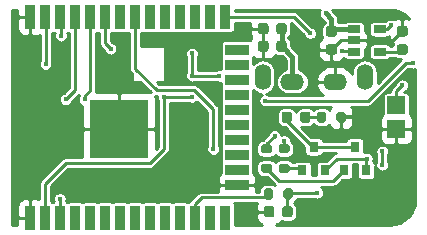
<source format=gtl>
G04 #@! TF.GenerationSoftware,KiCad,Pcbnew,(5.1.10)-1*
G04 #@! TF.CreationDate,2021-10-28T01:20:31+09:00*
G04 #@! TF.ProjectId,cat_tracker,6361745f-7472-4616-936b-65722e6b6963,rev?*
G04 #@! TF.SameCoordinates,Original*
G04 #@! TF.FileFunction,Copper,L1,Top*
G04 #@! TF.FilePolarity,Positive*
%FSLAX46Y46*%
G04 Gerber Fmt 4.6, Leading zero omitted, Abs format (unit mm)*
G04 Created by KiCad (PCBNEW (5.1.10)-1) date 2021-10-28 01:20:31*
%MOMM*%
%LPD*%
G01*
G04 APERTURE LIST*
G04 #@! TA.AperFunction,ComponentPad*
%ADD10O,2.000000X1.400000*%
G04 #@! TD*
G04 #@! TA.AperFunction,ComponentPad*
%ADD11O,1.400000X2.200000*%
G04 #@! TD*
G04 #@! TA.AperFunction,SMDPad,CuDef*
%ADD12R,0.800000X0.900000*%
G04 #@! TD*
G04 #@! TA.AperFunction,SMDPad,CuDef*
%ADD13R,0.900000X2.000000*%
G04 #@! TD*
G04 #@! TA.AperFunction,SMDPad,CuDef*
%ADD14R,2.000000X0.900000*%
G04 #@! TD*
G04 #@! TA.AperFunction,SMDPad,CuDef*
%ADD15R,5.000000X5.000000*%
G04 #@! TD*
G04 #@! TA.AperFunction,SMDPad,CuDef*
%ADD16R,1.060000X0.650000*%
G04 #@! TD*
G04 #@! TA.AperFunction,SMDPad,CuDef*
%ADD17R,1.500000X1.500000*%
G04 #@! TD*
G04 #@! TA.AperFunction,ViaPad*
%ADD18C,0.400000*%
G04 #@! TD*
G04 #@! TA.AperFunction,Conductor*
%ADD19C,0.400000*%
G04 #@! TD*
G04 #@! TA.AperFunction,Conductor*
%ADD20C,0.250000*%
G04 #@! TD*
G04 #@! TA.AperFunction,Conductor*
%ADD21C,0.100000*%
G04 #@! TD*
G04 APERTURE END LIST*
D10*
X54200000Y-36500000D03*
X57800000Y-36500000D03*
D11*
X51675000Y-36100000D03*
X60325000Y-36100000D03*
G04 #@! TA.AperFunction,SMDPad,CuDef*
G36*
G01*
X53775000Y-42575000D02*
X53225000Y-42575000D01*
G75*
G02*
X53025000Y-42375000I0J200000D01*
G01*
X53025000Y-41975000D01*
G75*
G02*
X53225000Y-41775000I200000J0D01*
G01*
X53775000Y-41775000D01*
G75*
G02*
X53975000Y-41975000I0J-200000D01*
G01*
X53975000Y-42375000D01*
G75*
G02*
X53775000Y-42575000I-200000J0D01*
G01*
G37*
G04 #@! TD.AperFunction*
G04 #@! TA.AperFunction,SMDPad,CuDef*
G36*
G01*
X53775000Y-44225000D02*
X53225000Y-44225000D01*
G75*
G02*
X53025000Y-44025000I0J200000D01*
G01*
X53025000Y-43625000D01*
G75*
G02*
X53225000Y-43425000I200000J0D01*
G01*
X53775000Y-43425000D01*
G75*
G02*
X53975000Y-43625000I0J-200000D01*
G01*
X53975000Y-44025000D01*
G75*
G02*
X53775000Y-44225000I-200000J0D01*
G01*
G37*
G04 #@! TD.AperFunction*
G04 #@! TA.AperFunction,SMDPad,CuDef*
G36*
G01*
X52275000Y-42575000D02*
X51725000Y-42575000D01*
G75*
G02*
X51525000Y-42375000I0J200000D01*
G01*
X51525000Y-41975000D01*
G75*
G02*
X51725000Y-41775000I200000J0D01*
G01*
X52275000Y-41775000D01*
G75*
G02*
X52475000Y-41975000I0J-200000D01*
G01*
X52475000Y-42375000D01*
G75*
G02*
X52275000Y-42575000I-200000J0D01*
G01*
G37*
G04 #@! TD.AperFunction*
G04 #@! TA.AperFunction,SMDPad,CuDef*
G36*
G01*
X52275000Y-44225000D02*
X51725000Y-44225000D01*
G75*
G02*
X51525000Y-44025000I0J200000D01*
G01*
X51525000Y-43625000D01*
G75*
G02*
X51725000Y-43425000I200000J0D01*
G01*
X52275000Y-43425000D01*
G75*
G02*
X52475000Y-43625000I0J-200000D01*
G01*
X52475000Y-44025000D01*
G75*
G02*
X52275000Y-44225000I-200000J0D01*
G01*
G37*
G04 #@! TD.AperFunction*
G04 #@! TA.AperFunction,SMDPad,CuDef*
G36*
G01*
X53425000Y-46275000D02*
X53425000Y-45725000D01*
G75*
G02*
X53625000Y-45525000I200000J0D01*
G01*
X54025000Y-45525000D01*
G75*
G02*
X54225000Y-45725000I0J-200000D01*
G01*
X54225000Y-46275000D01*
G75*
G02*
X54025000Y-46475000I-200000J0D01*
G01*
X53625000Y-46475000D01*
G75*
G02*
X53425000Y-46275000I0J200000D01*
G01*
G37*
G04 #@! TD.AperFunction*
G04 #@! TA.AperFunction,SMDPad,CuDef*
G36*
G01*
X51775000Y-46275000D02*
X51775000Y-45725000D01*
G75*
G02*
X51975000Y-45525000I200000J0D01*
G01*
X52375000Y-45525000D01*
G75*
G02*
X52575000Y-45725000I0J-200000D01*
G01*
X52575000Y-46275000D01*
G75*
G02*
X52375000Y-46475000I-200000J0D01*
G01*
X51975000Y-46475000D01*
G75*
G02*
X51775000Y-46275000I0J200000D01*
G01*
G37*
G04 #@! TD.AperFunction*
G04 #@! TA.AperFunction,SMDPad,CuDef*
G36*
G01*
X57925000Y-39775000D02*
X57925000Y-39225000D01*
G75*
G02*
X58125000Y-39025000I200000J0D01*
G01*
X58525000Y-39025000D01*
G75*
G02*
X58725000Y-39225000I0J-200000D01*
G01*
X58725000Y-39775000D01*
G75*
G02*
X58525000Y-39975000I-200000J0D01*
G01*
X58125000Y-39975000D01*
G75*
G02*
X57925000Y-39775000I0J200000D01*
G01*
G37*
G04 #@! TD.AperFunction*
G04 #@! TA.AperFunction,SMDPad,CuDef*
G36*
G01*
X56275000Y-39775000D02*
X56275000Y-39225000D01*
G75*
G02*
X56475000Y-39025000I200000J0D01*
G01*
X56875000Y-39025000D01*
G75*
G02*
X57075000Y-39225000I0J-200000D01*
G01*
X57075000Y-39775000D01*
G75*
G02*
X56875000Y-39975000I-200000J0D01*
G01*
X56475000Y-39975000D01*
G75*
G02*
X56275000Y-39775000I0J200000D01*
G01*
G37*
G04 #@! TD.AperFunction*
D12*
X56000000Y-42000000D03*
X56950000Y-44000000D03*
X55050000Y-44000000D03*
X59500000Y-42000000D03*
X60450000Y-44000000D03*
X58550000Y-44000000D03*
G04 #@! TA.AperFunction,SMDPad,CuDef*
G36*
G01*
X54150000Y-39243750D02*
X54150000Y-39756250D01*
G75*
G02*
X53931250Y-39975000I-218750J0D01*
G01*
X53493750Y-39975000D01*
G75*
G02*
X53275000Y-39756250I0J218750D01*
G01*
X53275000Y-39243750D01*
G75*
G02*
X53493750Y-39025000I218750J0D01*
G01*
X53931250Y-39025000D01*
G75*
G02*
X54150000Y-39243750I0J-218750D01*
G01*
G37*
G04 #@! TD.AperFunction*
G04 #@! TA.AperFunction,SMDPad,CuDef*
G36*
G01*
X55725000Y-39243750D02*
X55725000Y-39756250D01*
G75*
G02*
X55506250Y-39975000I-218750J0D01*
G01*
X55068750Y-39975000D01*
G75*
G02*
X54850000Y-39756250I0J218750D01*
G01*
X54850000Y-39243750D01*
G75*
G02*
X55068750Y-39025000I218750J0D01*
G01*
X55506250Y-39025000D01*
G75*
G02*
X55725000Y-39243750I0J-218750D01*
G01*
G37*
G04 #@! TD.AperFunction*
G04 #@! TA.AperFunction,SMDPad,CuDef*
G36*
G01*
X52675000Y-47250000D02*
X52675000Y-47750000D01*
G75*
G02*
X52450000Y-47975000I-225000J0D01*
G01*
X52000000Y-47975000D01*
G75*
G02*
X51775000Y-47750000I0J225000D01*
G01*
X51775000Y-47250000D01*
G75*
G02*
X52000000Y-47025000I225000J0D01*
G01*
X52450000Y-47025000D01*
G75*
G02*
X52675000Y-47250000I0J-225000D01*
G01*
G37*
G04 #@! TD.AperFunction*
G04 #@! TA.AperFunction,SMDPad,CuDef*
G36*
G01*
X54225000Y-47250000D02*
X54225000Y-47750000D01*
G75*
G02*
X54000000Y-47975000I-225000J0D01*
G01*
X53550000Y-47975000D01*
G75*
G02*
X53325000Y-47750000I0J225000D01*
G01*
X53325000Y-47250000D01*
G75*
G02*
X53550000Y-47025000I225000J0D01*
G01*
X54000000Y-47025000D01*
G75*
G02*
X54225000Y-47250000I0J-225000D01*
G01*
G37*
G04 #@! TD.AperFunction*
G04 #@! TA.AperFunction,SMDPad,CuDef*
G36*
G01*
X63750000Y-32675000D02*
X63250000Y-32675000D01*
G75*
G02*
X63025000Y-32450000I0J225000D01*
G01*
X63025000Y-32000000D01*
G75*
G02*
X63250000Y-31775000I225000J0D01*
G01*
X63750000Y-31775000D01*
G75*
G02*
X63975000Y-32000000I0J-225000D01*
G01*
X63975000Y-32450000D01*
G75*
G02*
X63750000Y-32675000I-225000J0D01*
G01*
G37*
G04 #@! TD.AperFunction*
G04 #@! TA.AperFunction,SMDPad,CuDef*
G36*
G01*
X63750000Y-34225000D02*
X63250000Y-34225000D01*
G75*
G02*
X63025000Y-34000000I0J225000D01*
G01*
X63025000Y-33550000D01*
G75*
G02*
X63250000Y-33325000I225000J0D01*
G01*
X63750000Y-33325000D01*
G75*
G02*
X63975000Y-33550000I0J-225000D01*
G01*
X63975000Y-34000000D01*
G75*
G02*
X63750000Y-34225000I-225000J0D01*
G01*
G37*
G04 #@! TD.AperFunction*
G04 #@! TA.AperFunction,SMDPad,CuDef*
G36*
G01*
X57250000Y-33325000D02*
X57750000Y-33325000D01*
G75*
G02*
X57975000Y-33550000I0J-225000D01*
G01*
X57975000Y-34000000D01*
G75*
G02*
X57750000Y-34225000I-225000J0D01*
G01*
X57250000Y-34225000D01*
G75*
G02*
X57025000Y-34000000I0J225000D01*
G01*
X57025000Y-33550000D01*
G75*
G02*
X57250000Y-33325000I225000J0D01*
G01*
G37*
G04 #@! TD.AperFunction*
G04 #@! TA.AperFunction,SMDPad,CuDef*
G36*
G01*
X57250000Y-31775000D02*
X57750000Y-31775000D01*
G75*
G02*
X57975000Y-32000000I0J-225000D01*
G01*
X57975000Y-32450000D01*
G75*
G02*
X57750000Y-32675000I-225000J0D01*
G01*
X57250000Y-32675000D01*
G75*
G02*
X57025000Y-32450000I0J225000D01*
G01*
X57025000Y-32000000D01*
G75*
G02*
X57250000Y-31775000I225000J0D01*
G01*
G37*
G04 #@! TD.AperFunction*
G04 #@! TA.AperFunction,SMDPad,CuDef*
G36*
G01*
X52175000Y-31750000D02*
X52175000Y-32250000D01*
G75*
G02*
X51950000Y-32475000I-225000J0D01*
G01*
X51500000Y-32475000D01*
G75*
G02*
X51275000Y-32250000I0J225000D01*
G01*
X51275000Y-31750000D01*
G75*
G02*
X51500000Y-31525000I225000J0D01*
G01*
X51950000Y-31525000D01*
G75*
G02*
X52175000Y-31750000I0J-225000D01*
G01*
G37*
G04 #@! TD.AperFunction*
G04 #@! TA.AperFunction,SMDPad,CuDef*
G36*
G01*
X53725000Y-31750000D02*
X53725000Y-32250000D01*
G75*
G02*
X53500000Y-32475000I-225000J0D01*
G01*
X53050000Y-32475000D01*
G75*
G02*
X52825000Y-32250000I0J225000D01*
G01*
X52825000Y-31750000D01*
G75*
G02*
X53050000Y-31525000I225000J0D01*
G01*
X53500000Y-31525000D01*
G75*
G02*
X53725000Y-31750000I0J-225000D01*
G01*
G37*
G04 #@! TD.AperFunction*
G04 #@! TA.AperFunction,SMDPad,CuDef*
G36*
G01*
X52175000Y-33250000D02*
X52175000Y-33750000D01*
G75*
G02*
X51950000Y-33975000I-225000J0D01*
G01*
X51500000Y-33975000D01*
G75*
G02*
X51275000Y-33750000I0J225000D01*
G01*
X51275000Y-33250000D01*
G75*
G02*
X51500000Y-33025000I225000J0D01*
G01*
X51950000Y-33025000D01*
G75*
G02*
X52175000Y-33250000I0J-225000D01*
G01*
G37*
G04 #@! TD.AperFunction*
G04 #@! TA.AperFunction,SMDPad,CuDef*
G36*
G01*
X53725000Y-33250000D02*
X53725000Y-33750000D01*
G75*
G02*
X53500000Y-33975000I-225000J0D01*
G01*
X53050000Y-33975000D01*
G75*
G02*
X52825000Y-33750000I0J225000D01*
G01*
X52825000Y-33250000D01*
G75*
G02*
X53050000Y-33025000I225000J0D01*
G01*
X53500000Y-33025000D01*
G75*
G02*
X53725000Y-33250000I0J-225000D01*
G01*
G37*
G04 #@! TD.AperFunction*
D13*
X31995000Y-31000000D03*
X33265000Y-31000000D03*
X34535000Y-31000000D03*
X35805000Y-31000000D03*
X37075000Y-31000000D03*
X38345000Y-31000000D03*
X39615000Y-31000000D03*
X40885000Y-31000000D03*
X42155000Y-31000000D03*
X43425000Y-31000000D03*
X44695000Y-31000000D03*
X45965000Y-31000000D03*
X47235000Y-31000000D03*
X48505000Y-31000000D03*
D14*
X49505000Y-33785000D03*
X49505000Y-35055000D03*
X49505000Y-36325000D03*
X49505000Y-37595000D03*
X49505000Y-38865000D03*
X49505000Y-40135000D03*
X49505000Y-41405000D03*
X49505000Y-42675000D03*
X49505000Y-43945000D03*
X49505000Y-45215000D03*
D13*
X48505000Y-48000000D03*
X47235000Y-48000000D03*
X45965000Y-48000000D03*
X44695000Y-48000000D03*
X43425000Y-48000000D03*
X42155000Y-48000000D03*
X40885000Y-48000000D03*
X39615000Y-48000000D03*
X38345000Y-48000000D03*
X37075000Y-48000000D03*
X35805000Y-48000000D03*
X34535000Y-48000000D03*
X33265000Y-48000000D03*
X31995000Y-48000000D03*
D15*
X39495000Y-40500000D03*
D16*
X61600000Y-32050000D03*
X61600000Y-33950000D03*
X59400000Y-33950000D03*
X59400000Y-33000000D03*
X59400000Y-32050000D03*
D17*
X63000000Y-38500000D03*
X63000000Y-40500000D03*
D18*
X53275000Y-32675000D03*
X44800000Y-34700000D03*
X61400000Y-39400000D03*
X61100000Y-47100000D03*
X63000000Y-43700000D03*
X39200000Y-37100000D03*
X51000000Y-47500000D03*
X45000000Y-35900000D03*
X35900000Y-42300000D03*
X59500000Y-31000000D03*
X48500000Y-32500000D03*
X57000000Y-30700000D03*
X62525000Y-31725000D03*
X43300000Y-37800000D03*
X45700000Y-37800000D03*
X45700000Y-36000000D03*
X45700000Y-34100000D03*
X60500000Y-43000000D03*
X48000000Y-36000000D03*
X51900000Y-38100000D03*
X64400000Y-34900000D03*
X61800000Y-42400000D03*
X61800000Y-43525000D03*
X47500000Y-42200000D03*
X53500000Y-41500000D03*
X36594998Y-38000000D03*
X35000000Y-38000000D03*
X52700000Y-41100000D03*
X34500000Y-46400000D03*
X55700000Y-32400000D03*
X63500000Y-36800000D03*
X34600000Y-32600000D03*
X38800000Y-33700000D03*
X33300000Y-35000000D03*
X56300000Y-45900000D03*
X58400000Y-33900000D03*
D19*
X53275000Y-32675000D02*
X53275000Y-32000000D01*
X53275000Y-33500000D02*
X53275000Y-32675000D01*
X54200000Y-34425000D02*
X53275000Y-33500000D01*
X54200000Y-36500000D02*
X54200000Y-34425000D01*
D20*
X51725000Y-32000000D02*
X51725000Y-33500000D01*
X44800000Y-34700000D02*
X44800000Y-33500000D01*
X45300000Y-33000000D02*
X48000000Y-33000000D01*
X44800000Y-33500000D02*
X45300000Y-33000000D01*
X62725000Y-33000000D02*
X63500000Y-32225000D01*
X59400000Y-33000000D02*
X62725000Y-33000000D01*
X58275000Y-33000000D02*
X57500000Y-33775000D01*
X59400000Y-33000000D02*
X58275000Y-33000000D01*
X57800000Y-36500000D02*
X57800000Y-35100000D01*
X57500000Y-34800000D02*
X57500000Y-33775000D01*
X57800000Y-35100000D02*
X57500000Y-34800000D01*
X58425000Y-39400000D02*
X58325000Y-39500000D01*
X61400000Y-39400000D02*
X58425000Y-39400000D01*
X63000000Y-45200000D02*
X61100000Y-47100000D01*
X63000000Y-43700000D02*
X63000000Y-45200000D01*
X63000000Y-40500000D02*
X63000000Y-43700000D01*
X45000000Y-34900000D02*
X44800000Y-34700000D01*
X45000000Y-35900000D02*
X45000000Y-34900000D01*
D19*
X57675000Y-32050000D02*
X57500000Y-32225000D01*
X59400000Y-32050000D02*
X57675000Y-32050000D01*
X57500000Y-31200000D02*
X57000000Y-30700000D01*
X57500000Y-32225000D02*
X57500000Y-31200000D01*
D20*
X62200000Y-32050000D02*
X62525000Y-31725000D01*
X61600000Y-32050000D02*
X62200000Y-32050000D01*
X43300000Y-37800000D02*
X45700000Y-37800000D01*
X33265000Y-48000000D02*
X33265000Y-45135000D01*
X33265000Y-45135000D02*
X35000000Y-43400000D01*
X35000000Y-43400000D02*
X42100000Y-43400000D01*
X43300000Y-42200000D02*
X43300000Y-37800000D01*
X42100000Y-43400000D02*
X43300000Y-42200000D01*
X45700000Y-36000000D02*
X45700000Y-34100000D01*
X60450000Y-43050000D02*
X60500000Y-43000000D01*
X60450000Y-44000000D02*
X60450000Y-43050000D01*
X57950000Y-43000000D02*
X56950000Y-44000000D01*
X60500000Y-43000000D02*
X57950000Y-43000000D01*
X45700000Y-36000000D02*
X48000000Y-36000000D01*
X51900000Y-38100000D02*
X60600000Y-38100000D01*
X60600000Y-38100000D02*
X63800000Y-34900000D01*
X63800000Y-34900000D02*
X64400000Y-34900000D01*
X63325000Y-33950000D02*
X63500000Y-33775000D01*
X61600000Y-33950000D02*
X63325000Y-33950000D01*
X61800000Y-42400000D02*
X61800000Y-43525000D01*
X56675000Y-39500000D02*
X55287500Y-39500000D01*
X40885000Y-31000000D02*
X40885000Y-35385000D01*
X40885000Y-35385000D02*
X42700000Y-37200000D01*
X47500000Y-38822998D02*
X47500000Y-42200000D01*
X45877002Y-37200000D02*
X47500000Y-38822998D01*
X42700000Y-37200000D02*
X45877002Y-37200000D01*
X53500000Y-41500000D02*
X53500000Y-42175000D01*
X37075000Y-37237156D02*
X37075000Y-31000000D01*
X36594998Y-37717158D02*
X37075000Y-37237156D01*
X36594998Y-38000000D02*
X36594998Y-37717158D01*
X35805000Y-37195000D02*
X35000000Y-38000000D01*
X35805000Y-31000000D02*
X35805000Y-37195000D01*
X52700000Y-41100000D02*
X52000000Y-41800000D01*
X52000000Y-41800000D02*
X52000000Y-42175000D01*
X34535000Y-46435000D02*
X34500000Y-46400000D01*
X34535000Y-48000000D02*
X34535000Y-46435000D01*
X54300000Y-31000000D02*
X48505000Y-31000000D01*
X55700000Y-32400000D02*
X54300000Y-31000000D01*
X63500000Y-36800000D02*
X63000000Y-37300000D01*
X63000000Y-37300000D02*
X63000000Y-38500000D01*
X34600000Y-31065000D02*
X34535000Y-31000000D01*
X34600000Y-32600000D02*
X34600000Y-31065000D01*
X38345000Y-33245000D02*
X38800000Y-33700000D01*
X38345000Y-31000000D02*
X38345000Y-33245000D01*
X33300000Y-31035000D02*
X33265000Y-31000000D01*
X33300000Y-35000000D02*
X33300000Y-31035000D01*
X45965000Y-48000000D02*
X45965000Y-46835000D01*
X45965000Y-46835000D02*
X46500000Y-46300000D01*
X51875000Y-46300000D02*
X52175000Y-46000000D01*
X46500000Y-46300000D02*
X51875000Y-46300000D01*
X53775000Y-46050000D02*
X53825000Y-46000000D01*
X53775000Y-47500000D02*
X53775000Y-46050000D01*
X53925000Y-45900000D02*
X53825000Y-46000000D01*
X56300000Y-45900000D02*
X53925000Y-45900000D01*
X59350000Y-33900000D02*
X59400000Y-33950000D01*
X58400000Y-33900000D02*
X59350000Y-33900000D01*
X53712500Y-39500000D02*
X53712500Y-39812500D01*
X55900000Y-42000000D02*
X56000000Y-42000000D01*
X53712500Y-39812500D02*
X55900000Y-42000000D01*
X59500000Y-42000000D02*
X56000000Y-42000000D01*
X58550000Y-44000000D02*
X57650000Y-44900000D01*
X53075000Y-44900000D02*
X52000000Y-43825000D01*
X57650000Y-44900000D02*
X53075000Y-44900000D01*
X54875000Y-43825000D02*
X55050000Y-44000000D01*
X53500000Y-43825000D02*
X54875000Y-43825000D01*
X30912000Y-30839750D02*
X31070250Y-30998000D01*
X31993000Y-30998000D01*
X31993000Y-30978000D01*
X31997000Y-30978000D01*
X31997000Y-30998000D01*
X32017000Y-30998000D01*
X32017000Y-31002000D01*
X31997000Y-31002000D01*
X31997000Y-32474750D01*
X32155250Y-32633000D01*
X32445000Y-32636063D01*
X32569090Y-32623841D01*
X32688411Y-32587646D01*
X32796001Y-32530138D01*
X32796000Y-34712115D01*
X32786896Y-34725740D01*
X32743250Y-34831112D01*
X32721000Y-34942973D01*
X32721000Y-35057027D01*
X32743250Y-35168888D01*
X32786896Y-35274260D01*
X32850261Y-35369091D01*
X32930909Y-35449739D01*
X33025740Y-35513104D01*
X33131112Y-35556750D01*
X33242973Y-35579000D01*
X33357027Y-35579000D01*
X33468888Y-35556750D01*
X33574260Y-35513104D01*
X33669091Y-35449739D01*
X33749739Y-35369091D01*
X33813104Y-35274260D01*
X33856750Y-35168888D01*
X33879000Y-35057027D01*
X33879000Y-34942973D01*
X33856750Y-34831112D01*
X33813104Y-34725740D01*
X33804000Y-34712115D01*
X33804000Y-32369055D01*
X33860738Y-32351844D01*
X33900000Y-32330858D01*
X33939262Y-32351844D01*
X34010703Y-32373515D01*
X34064896Y-32378853D01*
X34043250Y-32431112D01*
X34021000Y-32542973D01*
X34021000Y-32657027D01*
X34043250Y-32768888D01*
X34086896Y-32874260D01*
X34150261Y-32969091D01*
X34230909Y-33049739D01*
X34325740Y-33113104D01*
X34431112Y-33156750D01*
X34542973Y-33179000D01*
X34657027Y-33179000D01*
X34768888Y-33156750D01*
X34874260Y-33113104D01*
X34969091Y-33049739D01*
X35049739Y-32969091D01*
X35113104Y-32874260D01*
X35156750Y-32768888D01*
X35179000Y-32657027D01*
X35179000Y-32542973D01*
X35156750Y-32431112D01*
X35124678Y-32353682D01*
X35130738Y-32351844D01*
X35170000Y-32330858D01*
X35209262Y-32351844D01*
X35280703Y-32373515D01*
X35301000Y-32375514D01*
X35301001Y-36986235D01*
X34847183Y-37440053D01*
X34831112Y-37443250D01*
X34725740Y-37486896D01*
X34630909Y-37550261D01*
X34550261Y-37630909D01*
X34486896Y-37725740D01*
X34443250Y-37831112D01*
X34421000Y-37942973D01*
X34421000Y-38057027D01*
X34443250Y-38168888D01*
X34486896Y-38274260D01*
X34550261Y-38369091D01*
X34630909Y-38449739D01*
X34725740Y-38513104D01*
X34831112Y-38556750D01*
X34942973Y-38579000D01*
X35057027Y-38579000D01*
X35168888Y-38556750D01*
X35274260Y-38513104D01*
X35369091Y-38449739D01*
X35449739Y-38369091D01*
X35513104Y-38274260D01*
X35556750Y-38168888D01*
X35559947Y-38152817D01*
X36099982Y-37612782D01*
X36098291Y-37618357D01*
X36088721Y-37715523D01*
X36081894Y-37725740D01*
X36038248Y-37831112D01*
X36015998Y-37942973D01*
X36015998Y-38057027D01*
X36038248Y-38168888D01*
X36081894Y-38274260D01*
X36145259Y-38369091D01*
X36225907Y-38449739D01*
X36320738Y-38513104D01*
X36359630Y-38529213D01*
X36362000Y-40339750D01*
X36520250Y-40498000D01*
X39493000Y-40498000D01*
X39493000Y-37525250D01*
X39334750Y-37367000D01*
X37562994Y-37364681D01*
X37571707Y-37335957D01*
X37579000Y-37261910D01*
X37579000Y-37261908D01*
X37581438Y-37237157D01*
X37579000Y-37212406D01*
X37579000Y-32375514D01*
X37599297Y-32373515D01*
X37670738Y-32351844D01*
X37710000Y-32330858D01*
X37749262Y-32351844D01*
X37820703Y-32373515D01*
X37841001Y-32375514D01*
X37841001Y-33220237D01*
X37838562Y-33245000D01*
X37848293Y-33343801D01*
X37870995Y-33418637D01*
X37877113Y-33438805D01*
X37923913Y-33526362D01*
X37986895Y-33603106D01*
X38006122Y-33618885D01*
X38240053Y-33852817D01*
X38243250Y-33868888D01*
X38286896Y-33974260D01*
X38350261Y-34069091D01*
X38430909Y-34149739D01*
X38525740Y-34213104D01*
X38631112Y-34256750D01*
X38742973Y-34279000D01*
X38857027Y-34279000D01*
X38968888Y-34256750D01*
X39074260Y-34213104D01*
X39169091Y-34149739D01*
X39249739Y-34069091D01*
X39313104Y-33974260D01*
X39356750Y-33868888D01*
X39379000Y-33757027D01*
X39379000Y-33642973D01*
X39356750Y-33531112D01*
X39313104Y-33425740D01*
X39249739Y-33330909D01*
X39169091Y-33250261D01*
X39074260Y-33186896D01*
X38968888Y-33143250D01*
X38952817Y-33140053D01*
X38849000Y-33036237D01*
X38849000Y-32375514D01*
X38869297Y-32373515D01*
X38940738Y-32351844D01*
X38980000Y-32330858D01*
X39019262Y-32351844D01*
X39090703Y-32373515D01*
X39165000Y-32380833D01*
X40065000Y-32380833D01*
X40139297Y-32373515D01*
X40210738Y-32351844D01*
X40250000Y-32330858D01*
X40289262Y-32351844D01*
X40360703Y-32373515D01*
X40381000Y-32375514D01*
X40381001Y-35360236D01*
X40378562Y-35385000D01*
X40388293Y-35483801D01*
X40410908Y-35558349D01*
X40417113Y-35578805D01*
X40463913Y-35666362D01*
X40526895Y-35743106D01*
X40546123Y-35758886D01*
X40575000Y-35787763D01*
X40575000Y-36400000D01*
X40577402Y-36424386D01*
X40584515Y-36447835D01*
X40596066Y-36469446D01*
X40611612Y-36488388D01*
X40630554Y-36503934D01*
X40652165Y-36515485D01*
X40675614Y-36522598D01*
X40700000Y-36525000D01*
X41312237Y-36525000D01*
X42182688Y-37395451D01*
X42119090Y-37376159D01*
X41995000Y-37363937D01*
X39655250Y-37367000D01*
X39497000Y-37525250D01*
X39497000Y-40498000D01*
X42469750Y-40498000D01*
X42628000Y-40339750D01*
X42631063Y-38000000D01*
X42618841Y-37875910D01*
X42582646Y-37756589D01*
X42540854Y-37678402D01*
X42587014Y-37692404D01*
X42601199Y-37696707D01*
X42700000Y-37706438D01*
X42724754Y-37704000D01*
X42728752Y-37704000D01*
X42721000Y-37742973D01*
X42721000Y-37857027D01*
X42743250Y-37968888D01*
X42786896Y-38074260D01*
X42796001Y-38087886D01*
X42796000Y-41991236D01*
X42629960Y-42157276D01*
X42628000Y-40660250D01*
X42469750Y-40502000D01*
X39497000Y-40502000D01*
X39497000Y-40522000D01*
X39493000Y-40522000D01*
X39493000Y-40502000D01*
X36520250Y-40502000D01*
X36362000Y-40660250D01*
X36359073Y-42896000D01*
X35024754Y-42896000D01*
X35000000Y-42893562D01*
X34975246Y-42896000D01*
X34901199Y-42903293D01*
X34806195Y-42932112D01*
X34718638Y-42978912D01*
X34641894Y-43041894D01*
X34626110Y-43061127D01*
X32926123Y-44761114D01*
X32906895Y-44776894D01*
X32891115Y-44796122D01*
X32843913Y-44853638D01*
X32797113Y-44941195D01*
X32768293Y-45036199D01*
X32758562Y-45135000D01*
X32761001Y-45159764D01*
X32761001Y-46451154D01*
X32688411Y-46412354D01*
X32569090Y-46376159D01*
X32445000Y-46363937D01*
X32155250Y-46367000D01*
X31997000Y-46525250D01*
X31997000Y-47998000D01*
X32017000Y-47998000D01*
X32017000Y-48002000D01*
X31997000Y-48002000D01*
X31997000Y-48022000D01*
X31993000Y-48022000D01*
X31993000Y-48002000D01*
X31070250Y-48002000D01*
X30912000Y-48160250D01*
X30910411Y-48596000D01*
X30425000Y-48596000D01*
X30425000Y-47000000D01*
X30908937Y-47000000D01*
X30912000Y-47839750D01*
X31070250Y-47998000D01*
X31993000Y-47998000D01*
X31993000Y-46525250D01*
X31834750Y-46367000D01*
X31545000Y-46363937D01*
X31420910Y-46376159D01*
X31301589Y-46412354D01*
X31191622Y-46471133D01*
X31095236Y-46550236D01*
X31016133Y-46646622D01*
X30957354Y-46756589D01*
X30921159Y-46875910D01*
X30908937Y-47000000D01*
X30425000Y-47000000D01*
X30425000Y-32000000D01*
X30908937Y-32000000D01*
X30921159Y-32124090D01*
X30957354Y-32243411D01*
X31016133Y-32353378D01*
X31095236Y-32449764D01*
X31191622Y-32528867D01*
X31301589Y-32587646D01*
X31420910Y-32623841D01*
X31545000Y-32636063D01*
X31834750Y-32633000D01*
X31993000Y-32474750D01*
X31993000Y-31002000D01*
X31070250Y-31002000D01*
X30912000Y-31160250D01*
X30908937Y-32000000D01*
X30425000Y-32000000D01*
X30425000Y-30404000D01*
X30910411Y-30404000D01*
X30912000Y-30839750D01*
G04 #@! TA.AperFunction,Conductor*
D21*
G36*
X30912000Y-30839750D02*
G01*
X31070250Y-30998000D01*
X31993000Y-30998000D01*
X31993000Y-30978000D01*
X31997000Y-30978000D01*
X31997000Y-30998000D01*
X32017000Y-30998000D01*
X32017000Y-31002000D01*
X31997000Y-31002000D01*
X31997000Y-32474750D01*
X32155250Y-32633000D01*
X32445000Y-32636063D01*
X32569090Y-32623841D01*
X32688411Y-32587646D01*
X32796001Y-32530138D01*
X32796000Y-34712115D01*
X32786896Y-34725740D01*
X32743250Y-34831112D01*
X32721000Y-34942973D01*
X32721000Y-35057027D01*
X32743250Y-35168888D01*
X32786896Y-35274260D01*
X32850261Y-35369091D01*
X32930909Y-35449739D01*
X33025740Y-35513104D01*
X33131112Y-35556750D01*
X33242973Y-35579000D01*
X33357027Y-35579000D01*
X33468888Y-35556750D01*
X33574260Y-35513104D01*
X33669091Y-35449739D01*
X33749739Y-35369091D01*
X33813104Y-35274260D01*
X33856750Y-35168888D01*
X33879000Y-35057027D01*
X33879000Y-34942973D01*
X33856750Y-34831112D01*
X33813104Y-34725740D01*
X33804000Y-34712115D01*
X33804000Y-32369055D01*
X33860738Y-32351844D01*
X33900000Y-32330858D01*
X33939262Y-32351844D01*
X34010703Y-32373515D01*
X34064896Y-32378853D01*
X34043250Y-32431112D01*
X34021000Y-32542973D01*
X34021000Y-32657027D01*
X34043250Y-32768888D01*
X34086896Y-32874260D01*
X34150261Y-32969091D01*
X34230909Y-33049739D01*
X34325740Y-33113104D01*
X34431112Y-33156750D01*
X34542973Y-33179000D01*
X34657027Y-33179000D01*
X34768888Y-33156750D01*
X34874260Y-33113104D01*
X34969091Y-33049739D01*
X35049739Y-32969091D01*
X35113104Y-32874260D01*
X35156750Y-32768888D01*
X35179000Y-32657027D01*
X35179000Y-32542973D01*
X35156750Y-32431112D01*
X35124678Y-32353682D01*
X35130738Y-32351844D01*
X35170000Y-32330858D01*
X35209262Y-32351844D01*
X35280703Y-32373515D01*
X35301000Y-32375514D01*
X35301001Y-36986235D01*
X34847183Y-37440053D01*
X34831112Y-37443250D01*
X34725740Y-37486896D01*
X34630909Y-37550261D01*
X34550261Y-37630909D01*
X34486896Y-37725740D01*
X34443250Y-37831112D01*
X34421000Y-37942973D01*
X34421000Y-38057027D01*
X34443250Y-38168888D01*
X34486896Y-38274260D01*
X34550261Y-38369091D01*
X34630909Y-38449739D01*
X34725740Y-38513104D01*
X34831112Y-38556750D01*
X34942973Y-38579000D01*
X35057027Y-38579000D01*
X35168888Y-38556750D01*
X35274260Y-38513104D01*
X35369091Y-38449739D01*
X35449739Y-38369091D01*
X35513104Y-38274260D01*
X35556750Y-38168888D01*
X35559947Y-38152817D01*
X36099982Y-37612782D01*
X36098291Y-37618357D01*
X36088721Y-37715523D01*
X36081894Y-37725740D01*
X36038248Y-37831112D01*
X36015998Y-37942973D01*
X36015998Y-38057027D01*
X36038248Y-38168888D01*
X36081894Y-38274260D01*
X36145259Y-38369091D01*
X36225907Y-38449739D01*
X36320738Y-38513104D01*
X36359630Y-38529213D01*
X36362000Y-40339750D01*
X36520250Y-40498000D01*
X39493000Y-40498000D01*
X39493000Y-37525250D01*
X39334750Y-37367000D01*
X37562994Y-37364681D01*
X37571707Y-37335957D01*
X37579000Y-37261910D01*
X37579000Y-37261908D01*
X37581438Y-37237157D01*
X37579000Y-37212406D01*
X37579000Y-32375514D01*
X37599297Y-32373515D01*
X37670738Y-32351844D01*
X37710000Y-32330858D01*
X37749262Y-32351844D01*
X37820703Y-32373515D01*
X37841001Y-32375514D01*
X37841001Y-33220237D01*
X37838562Y-33245000D01*
X37848293Y-33343801D01*
X37870995Y-33418637D01*
X37877113Y-33438805D01*
X37923913Y-33526362D01*
X37986895Y-33603106D01*
X38006122Y-33618885D01*
X38240053Y-33852817D01*
X38243250Y-33868888D01*
X38286896Y-33974260D01*
X38350261Y-34069091D01*
X38430909Y-34149739D01*
X38525740Y-34213104D01*
X38631112Y-34256750D01*
X38742973Y-34279000D01*
X38857027Y-34279000D01*
X38968888Y-34256750D01*
X39074260Y-34213104D01*
X39169091Y-34149739D01*
X39249739Y-34069091D01*
X39313104Y-33974260D01*
X39356750Y-33868888D01*
X39379000Y-33757027D01*
X39379000Y-33642973D01*
X39356750Y-33531112D01*
X39313104Y-33425740D01*
X39249739Y-33330909D01*
X39169091Y-33250261D01*
X39074260Y-33186896D01*
X38968888Y-33143250D01*
X38952817Y-33140053D01*
X38849000Y-33036237D01*
X38849000Y-32375514D01*
X38869297Y-32373515D01*
X38940738Y-32351844D01*
X38980000Y-32330858D01*
X39019262Y-32351844D01*
X39090703Y-32373515D01*
X39165000Y-32380833D01*
X40065000Y-32380833D01*
X40139297Y-32373515D01*
X40210738Y-32351844D01*
X40250000Y-32330858D01*
X40289262Y-32351844D01*
X40360703Y-32373515D01*
X40381000Y-32375514D01*
X40381001Y-35360236D01*
X40378562Y-35385000D01*
X40388293Y-35483801D01*
X40410908Y-35558349D01*
X40417113Y-35578805D01*
X40463913Y-35666362D01*
X40526895Y-35743106D01*
X40546123Y-35758886D01*
X40575000Y-35787763D01*
X40575000Y-36400000D01*
X40577402Y-36424386D01*
X40584515Y-36447835D01*
X40596066Y-36469446D01*
X40611612Y-36488388D01*
X40630554Y-36503934D01*
X40652165Y-36515485D01*
X40675614Y-36522598D01*
X40700000Y-36525000D01*
X41312237Y-36525000D01*
X42182688Y-37395451D01*
X42119090Y-37376159D01*
X41995000Y-37363937D01*
X39655250Y-37367000D01*
X39497000Y-37525250D01*
X39497000Y-40498000D01*
X42469750Y-40498000D01*
X42628000Y-40339750D01*
X42631063Y-38000000D01*
X42618841Y-37875910D01*
X42582646Y-37756589D01*
X42540854Y-37678402D01*
X42587014Y-37692404D01*
X42601199Y-37696707D01*
X42700000Y-37706438D01*
X42724754Y-37704000D01*
X42728752Y-37704000D01*
X42721000Y-37742973D01*
X42721000Y-37857027D01*
X42743250Y-37968888D01*
X42786896Y-38074260D01*
X42796001Y-38087886D01*
X42796000Y-41991236D01*
X42629960Y-42157276D01*
X42628000Y-40660250D01*
X42469750Y-40502000D01*
X39497000Y-40502000D01*
X39497000Y-40522000D01*
X39493000Y-40522000D01*
X39493000Y-40502000D01*
X36520250Y-40502000D01*
X36362000Y-40660250D01*
X36359073Y-42896000D01*
X35024754Y-42896000D01*
X35000000Y-42893562D01*
X34975246Y-42896000D01*
X34901199Y-42903293D01*
X34806195Y-42932112D01*
X34718638Y-42978912D01*
X34641894Y-43041894D01*
X34626110Y-43061127D01*
X32926123Y-44761114D01*
X32906895Y-44776894D01*
X32891115Y-44796122D01*
X32843913Y-44853638D01*
X32797113Y-44941195D01*
X32768293Y-45036199D01*
X32758562Y-45135000D01*
X32761001Y-45159764D01*
X32761001Y-46451154D01*
X32688411Y-46412354D01*
X32569090Y-46376159D01*
X32445000Y-46363937D01*
X32155250Y-46367000D01*
X31997000Y-46525250D01*
X31997000Y-47998000D01*
X32017000Y-47998000D01*
X32017000Y-48002000D01*
X31997000Y-48002000D01*
X31997000Y-48022000D01*
X31993000Y-48022000D01*
X31993000Y-48002000D01*
X31070250Y-48002000D01*
X30912000Y-48160250D01*
X30910411Y-48596000D01*
X30425000Y-48596000D01*
X30425000Y-47000000D01*
X30908937Y-47000000D01*
X30912000Y-47839750D01*
X31070250Y-47998000D01*
X31993000Y-47998000D01*
X31993000Y-46525250D01*
X31834750Y-46367000D01*
X31545000Y-46363937D01*
X31420910Y-46376159D01*
X31301589Y-46412354D01*
X31191622Y-46471133D01*
X31095236Y-46550236D01*
X31016133Y-46646622D01*
X30957354Y-46756589D01*
X30921159Y-46875910D01*
X30908937Y-47000000D01*
X30425000Y-47000000D01*
X30425000Y-32000000D01*
X30908937Y-32000000D01*
X30921159Y-32124090D01*
X30957354Y-32243411D01*
X31016133Y-32353378D01*
X31095236Y-32449764D01*
X31191622Y-32528867D01*
X31301589Y-32587646D01*
X31420910Y-32623841D01*
X31545000Y-32636063D01*
X31834750Y-32633000D01*
X31993000Y-32474750D01*
X31993000Y-31002000D01*
X31070250Y-31002000D01*
X30912000Y-31160250D01*
X30908937Y-32000000D01*
X30425000Y-32000000D01*
X30425000Y-30404000D01*
X30910411Y-30404000D01*
X30912000Y-30839750D01*
G37*
G04 #@! TD.AperFunction*
D20*
X51151159Y-46900910D02*
X51138937Y-47025000D01*
X51142000Y-47339750D01*
X51300250Y-47498000D01*
X52223000Y-47498000D01*
X52223000Y-47478000D01*
X52227000Y-47478000D01*
X52227000Y-47498000D01*
X52247000Y-47498000D01*
X52247000Y-47502000D01*
X52227000Y-47502000D01*
X52227000Y-47522000D01*
X52223000Y-47522000D01*
X52223000Y-47502000D01*
X51300250Y-47502000D01*
X51142000Y-47660250D01*
X51138937Y-47975000D01*
X51151159Y-48099090D01*
X51187354Y-48218411D01*
X51246133Y-48328378D01*
X51325236Y-48424764D01*
X51421622Y-48503867D01*
X51531589Y-48562646D01*
X51641544Y-48596000D01*
X49335833Y-48596000D01*
X49335833Y-47000000D01*
X49328515Y-46925703D01*
X49306844Y-46854262D01*
X49279978Y-46804000D01*
X51180556Y-46804000D01*
X51151159Y-46900910D01*
G04 #@! TA.AperFunction,Conductor*
D21*
G36*
X51151159Y-46900910D02*
G01*
X51138937Y-47025000D01*
X51142000Y-47339750D01*
X51300250Y-47498000D01*
X52223000Y-47498000D01*
X52223000Y-47478000D01*
X52227000Y-47478000D01*
X52227000Y-47498000D01*
X52247000Y-47498000D01*
X52247000Y-47502000D01*
X52227000Y-47502000D01*
X52227000Y-47522000D01*
X52223000Y-47522000D01*
X52223000Y-47502000D01*
X51300250Y-47502000D01*
X51142000Y-47660250D01*
X51138937Y-47975000D01*
X51151159Y-48099090D01*
X51187354Y-48218411D01*
X51246133Y-48328378D01*
X51325236Y-48424764D01*
X51421622Y-48503867D01*
X51531589Y-48562646D01*
X51641544Y-48596000D01*
X49335833Y-48596000D01*
X49335833Y-47000000D01*
X49328515Y-46925703D01*
X49306844Y-46854262D01*
X49279978Y-46804000D01*
X51180556Y-46804000D01*
X51151159Y-46900910D01*
G37*
G04 #@! TD.AperFunction*
D20*
X64125740Y-35413104D02*
X64231112Y-35456750D01*
X64342973Y-35479000D01*
X64457027Y-35479000D01*
X64568888Y-35456750D01*
X64596001Y-35445520D01*
X64596000Y-46480239D01*
X64554181Y-46906740D01*
X64436058Y-47297983D01*
X64244190Y-47658835D01*
X63985885Y-47975549D01*
X63670985Y-48236056D01*
X63311481Y-48430440D01*
X62921068Y-48551292D01*
X62495698Y-48596000D01*
X52808456Y-48596000D01*
X52918411Y-48562646D01*
X53028378Y-48503867D01*
X53124764Y-48424764D01*
X53203867Y-48328378D01*
X53237022Y-48266349D01*
X53318158Y-48309717D01*
X53431808Y-48344192D01*
X53550000Y-48355833D01*
X54000000Y-48355833D01*
X54118192Y-48344192D01*
X54231842Y-48309717D01*
X54336583Y-48253732D01*
X54428389Y-48178389D01*
X54503732Y-48086583D01*
X54559717Y-47981842D01*
X54594192Y-47868192D01*
X54605833Y-47750000D01*
X54605833Y-47250000D01*
X54594192Y-47131808D01*
X54559717Y-47018158D01*
X54503732Y-46913417D01*
X54428389Y-46821611D01*
X54349253Y-46756666D01*
X54435711Y-46685711D01*
X54507945Y-46597694D01*
X54561620Y-46497275D01*
X54589914Y-46404000D01*
X56012115Y-46404000D01*
X56025740Y-46413104D01*
X56131112Y-46456750D01*
X56242973Y-46479000D01*
X56357027Y-46479000D01*
X56468888Y-46456750D01*
X56574260Y-46413104D01*
X56669091Y-46349739D01*
X56749739Y-46269091D01*
X56813104Y-46174260D01*
X56856750Y-46068888D01*
X56879000Y-45957027D01*
X56879000Y-45842973D01*
X56856750Y-45731112D01*
X56813104Y-45625740D01*
X56749739Y-45530909D01*
X56669091Y-45450261D01*
X56599858Y-45404000D01*
X57625246Y-45404000D01*
X57650000Y-45406438D01*
X57748801Y-45396707D01*
X57751132Y-45396000D01*
X57843805Y-45367888D01*
X57931362Y-45321088D01*
X58008106Y-45258106D01*
X58023890Y-45238873D01*
X58431930Y-44830833D01*
X58950000Y-44830833D01*
X59024297Y-44823515D01*
X59095738Y-44801844D01*
X59161579Y-44766651D01*
X59219290Y-44719290D01*
X59266651Y-44661579D01*
X59301844Y-44595738D01*
X59323515Y-44524297D01*
X59330833Y-44450000D01*
X59330833Y-43550000D01*
X59326302Y-43504000D01*
X59673698Y-43504000D01*
X59669167Y-43550000D01*
X59669167Y-44450000D01*
X59676485Y-44524297D01*
X59698156Y-44595738D01*
X59733349Y-44661579D01*
X59780710Y-44719290D01*
X59838421Y-44766651D01*
X59904262Y-44801844D01*
X59975703Y-44823515D01*
X60050000Y-44830833D01*
X60850000Y-44830833D01*
X60924297Y-44823515D01*
X60995738Y-44801844D01*
X61061579Y-44766651D01*
X61119290Y-44719290D01*
X61166651Y-44661579D01*
X61201844Y-44595738D01*
X61223515Y-44524297D01*
X61230833Y-44450000D01*
X61230833Y-43631462D01*
X61243250Y-43693888D01*
X61286896Y-43799260D01*
X61350261Y-43894091D01*
X61430909Y-43974739D01*
X61525740Y-44038104D01*
X61631112Y-44081750D01*
X61742973Y-44104000D01*
X61857027Y-44104000D01*
X61968888Y-44081750D01*
X62074260Y-44038104D01*
X62169091Y-43974739D01*
X62249739Y-43894091D01*
X62313104Y-43799260D01*
X62356750Y-43693888D01*
X62379000Y-43582027D01*
X62379000Y-43467973D01*
X62356750Y-43356112D01*
X62313104Y-43250740D01*
X62304000Y-43237115D01*
X62304000Y-42687885D01*
X62313104Y-42674260D01*
X62356750Y-42568888D01*
X62379000Y-42457027D01*
X62379000Y-42342973D01*
X62356750Y-42231112D01*
X62313104Y-42125740D01*
X62249739Y-42030909D01*
X62169091Y-41950261D01*
X62074260Y-41886896D01*
X61968888Y-41843250D01*
X61857027Y-41821000D01*
X61742973Y-41821000D01*
X61631112Y-41843250D01*
X61525740Y-41886896D01*
X61430909Y-41950261D01*
X61350261Y-42030909D01*
X61286896Y-42125740D01*
X61243250Y-42231112D01*
X61221000Y-42342973D01*
X61221000Y-42457027D01*
X61243250Y-42568888D01*
X61286896Y-42674260D01*
X61296000Y-42687885D01*
X61296001Y-43237114D01*
X61286896Y-43250740D01*
X61243250Y-43356112D01*
X61221067Y-43467634D01*
X61201844Y-43404262D01*
X61166651Y-43338421D01*
X61119290Y-43280710D01*
X61061579Y-43233349D01*
X61035765Y-43219551D01*
X61056750Y-43168888D01*
X61079000Y-43057027D01*
X61079000Y-42942973D01*
X61056750Y-42831112D01*
X61013104Y-42725740D01*
X60949739Y-42630909D01*
X60869091Y-42550261D01*
X60774260Y-42486896D01*
X60668888Y-42443250D01*
X60557027Y-42421000D01*
X60442973Y-42421000D01*
X60331112Y-42443250D01*
X60279388Y-42464675D01*
X60280833Y-42450000D01*
X60280833Y-41550000D01*
X60273515Y-41475703D01*
X60251844Y-41404262D01*
X60216651Y-41338421D01*
X60169290Y-41280710D01*
X60131869Y-41250000D01*
X61613937Y-41250000D01*
X61626159Y-41374090D01*
X61662354Y-41493411D01*
X61721133Y-41603378D01*
X61800236Y-41699764D01*
X61896622Y-41778867D01*
X62006589Y-41837646D01*
X62125910Y-41873841D01*
X62250000Y-41886063D01*
X62839750Y-41883000D01*
X62998000Y-41724750D01*
X62998000Y-40502000D01*
X63002000Y-40502000D01*
X63002000Y-41724750D01*
X63160250Y-41883000D01*
X63750000Y-41886063D01*
X63874090Y-41873841D01*
X63993411Y-41837646D01*
X64103378Y-41778867D01*
X64199764Y-41699764D01*
X64278867Y-41603378D01*
X64337646Y-41493411D01*
X64373841Y-41374090D01*
X64386063Y-41250000D01*
X64383000Y-40660250D01*
X64224750Y-40502000D01*
X63002000Y-40502000D01*
X62998000Y-40502000D01*
X61775250Y-40502000D01*
X61617000Y-40660250D01*
X61613937Y-41250000D01*
X60131869Y-41250000D01*
X60111579Y-41233349D01*
X60045738Y-41198156D01*
X59974297Y-41176485D01*
X59900000Y-41169167D01*
X59100000Y-41169167D01*
X59025703Y-41176485D01*
X58954262Y-41198156D01*
X58888421Y-41233349D01*
X58830710Y-41280710D01*
X58783349Y-41338421D01*
X58748156Y-41404262D01*
X58726485Y-41475703D01*
X58724486Y-41496000D01*
X56775514Y-41496000D01*
X56773515Y-41475703D01*
X56751844Y-41404262D01*
X56716651Y-41338421D01*
X56669290Y-41280710D01*
X56611579Y-41233349D01*
X56545738Y-41198156D01*
X56474297Y-41176485D01*
X56400000Y-41169167D01*
X55781931Y-41169167D01*
X54957654Y-40344891D01*
X55068750Y-40355833D01*
X55506250Y-40355833D01*
X55623223Y-40344312D01*
X55735700Y-40310192D01*
X55839360Y-40254785D01*
X55930219Y-40180219D01*
X55995000Y-40101283D01*
X56064289Y-40185711D01*
X56152306Y-40257945D01*
X56252725Y-40311620D01*
X56361685Y-40344672D01*
X56475000Y-40355833D01*
X56875000Y-40355833D01*
X56988315Y-40344672D01*
X57097275Y-40311620D01*
X57197694Y-40257945D01*
X57285711Y-40185711D01*
X57316175Y-40148591D01*
X57337354Y-40218411D01*
X57396133Y-40328378D01*
X57475236Y-40424764D01*
X57571622Y-40503867D01*
X57681589Y-40562646D01*
X57800910Y-40598841D01*
X57925000Y-40611063D01*
X58164750Y-40608000D01*
X58323000Y-40449750D01*
X58323000Y-39502000D01*
X58327000Y-39502000D01*
X58327000Y-40449750D01*
X58485250Y-40608000D01*
X58725000Y-40611063D01*
X58849090Y-40598841D01*
X58968411Y-40562646D01*
X59078378Y-40503867D01*
X59174764Y-40424764D01*
X59253867Y-40328378D01*
X59312646Y-40218411D01*
X59348841Y-40099090D01*
X59361063Y-39975000D01*
X59358874Y-39750000D01*
X61613937Y-39750000D01*
X61617000Y-40339750D01*
X61775250Y-40498000D01*
X62998000Y-40498000D01*
X62998000Y-40478000D01*
X63002000Y-40478000D01*
X63002000Y-40498000D01*
X64224750Y-40498000D01*
X64383000Y-40339750D01*
X64386063Y-39750000D01*
X64373841Y-39625910D01*
X64337646Y-39506589D01*
X64278867Y-39396622D01*
X64199764Y-39300236D01*
X64130833Y-39243665D01*
X64130833Y-37750000D01*
X64123515Y-37675703D01*
X64101844Y-37604262D01*
X64066651Y-37538421D01*
X64019290Y-37480710D01*
X63961579Y-37433349D01*
X63895738Y-37398156D01*
X63824297Y-37376485D01*
X63750000Y-37369167D01*
X63643596Y-37369167D01*
X63652816Y-37359947D01*
X63668888Y-37356750D01*
X63774260Y-37313104D01*
X63869091Y-37249739D01*
X63949739Y-37169091D01*
X64013104Y-37074260D01*
X64056750Y-36968888D01*
X64079000Y-36857027D01*
X64079000Y-36742973D01*
X64056750Y-36631112D01*
X64013104Y-36525740D01*
X63949739Y-36430909D01*
X63869091Y-36350261D01*
X63774260Y-36286896D01*
X63668888Y-36243250D01*
X63557027Y-36221000D01*
X63442973Y-36221000D01*
X63331112Y-36243250D01*
X63225740Y-36286896D01*
X63130909Y-36350261D01*
X63050261Y-36430909D01*
X62986896Y-36525740D01*
X62943250Y-36631112D01*
X62940053Y-36647184D01*
X62661127Y-36926110D01*
X62641894Y-36941894D01*
X62578912Y-37018638D01*
X62532112Y-37106196D01*
X62522198Y-37138878D01*
X62503293Y-37201199D01*
X62493562Y-37300000D01*
X62496000Y-37324754D01*
X62496000Y-37369167D01*
X62250000Y-37369167D01*
X62175703Y-37376485D01*
X62104262Y-37398156D01*
X62038421Y-37433349D01*
X61980710Y-37480710D01*
X61933349Y-37538421D01*
X61898156Y-37604262D01*
X61876485Y-37675703D01*
X61869167Y-37750000D01*
X61869167Y-39243665D01*
X61800236Y-39300236D01*
X61721133Y-39396622D01*
X61662354Y-39506589D01*
X61626159Y-39625910D01*
X61613937Y-39750000D01*
X59358874Y-39750000D01*
X59358000Y-39660250D01*
X59199750Y-39502000D01*
X58327000Y-39502000D01*
X58323000Y-39502000D01*
X58303000Y-39502000D01*
X58303000Y-39498000D01*
X58323000Y-39498000D01*
X58323000Y-39478000D01*
X58327000Y-39478000D01*
X58327000Y-39498000D01*
X59199750Y-39498000D01*
X59358000Y-39339750D01*
X59361063Y-39025000D01*
X59348841Y-38900910D01*
X59312646Y-38781589D01*
X59253867Y-38671622D01*
X59198370Y-38604000D01*
X60575246Y-38604000D01*
X60600000Y-38606438D01*
X60698801Y-38596707D01*
X60793805Y-38567888D01*
X60881362Y-38521088D01*
X60958106Y-38458106D01*
X60973890Y-38438873D01*
X64008764Y-35404000D01*
X64112115Y-35404000D01*
X64125740Y-35413104D01*
G04 #@! TA.AperFunction,Conductor*
D21*
G36*
X64125740Y-35413104D02*
G01*
X64231112Y-35456750D01*
X64342973Y-35479000D01*
X64457027Y-35479000D01*
X64568888Y-35456750D01*
X64596001Y-35445520D01*
X64596000Y-46480239D01*
X64554181Y-46906740D01*
X64436058Y-47297983D01*
X64244190Y-47658835D01*
X63985885Y-47975549D01*
X63670985Y-48236056D01*
X63311481Y-48430440D01*
X62921068Y-48551292D01*
X62495698Y-48596000D01*
X52808456Y-48596000D01*
X52918411Y-48562646D01*
X53028378Y-48503867D01*
X53124764Y-48424764D01*
X53203867Y-48328378D01*
X53237022Y-48266349D01*
X53318158Y-48309717D01*
X53431808Y-48344192D01*
X53550000Y-48355833D01*
X54000000Y-48355833D01*
X54118192Y-48344192D01*
X54231842Y-48309717D01*
X54336583Y-48253732D01*
X54428389Y-48178389D01*
X54503732Y-48086583D01*
X54559717Y-47981842D01*
X54594192Y-47868192D01*
X54605833Y-47750000D01*
X54605833Y-47250000D01*
X54594192Y-47131808D01*
X54559717Y-47018158D01*
X54503732Y-46913417D01*
X54428389Y-46821611D01*
X54349253Y-46756666D01*
X54435711Y-46685711D01*
X54507945Y-46597694D01*
X54561620Y-46497275D01*
X54589914Y-46404000D01*
X56012115Y-46404000D01*
X56025740Y-46413104D01*
X56131112Y-46456750D01*
X56242973Y-46479000D01*
X56357027Y-46479000D01*
X56468888Y-46456750D01*
X56574260Y-46413104D01*
X56669091Y-46349739D01*
X56749739Y-46269091D01*
X56813104Y-46174260D01*
X56856750Y-46068888D01*
X56879000Y-45957027D01*
X56879000Y-45842973D01*
X56856750Y-45731112D01*
X56813104Y-45625740D01*
X56749739Y-45530909D01*
X56669091Y-45450261D01*
X56599858Y-45404000D01*
X57625246Y-45404000D01*
X57650000Y-45406438D01*
X57748801Y-45396707D01*
X57751132Y-45396000D01*
X57843805Y-45367888D01*
X57931362Y-45321088D01*
X58008106Y-45258106D01*
X58023890Y-45238873D01*
X58431930Y-44830833D01*
X58950000Y-44830833D01*
X59024297Y-44823515D01*
X59095738Y-44801844D01*
X59161579Y-44766651D01*
X59219290Y-44719290D01*
X59266651Y-44661579D01*
X59301844Y-44595738D01*
X59323515Y-44524297D01*
X59330833Y-44450000D01*
X59330833Y-43550000D01*
X59326302Y-43504000D01*
X59673698Y-43504000D01*
X59669167Y-43550000D01*
X59669167Y-44450000D01*
X59676485Y-44524297D01*
X59698156Y-44595738D01*
X59733349Y-44661579D01*
X59780710Y-44719290D01*
X59838421Y-44766651D01*
X59904262Y-44801844D01*
X59975703Y-44823515D01*
X60050000Y-44830833D01*
X60850000Y-44830833D01*
X60924297Y-44823515D01*
X60995738Y-44801844D01*
X61061579Y-44766651D01*
X61119290Y-44719290D01*
X61166651Y-44661579D01*
X61201844Y-44595738D01*
X61223515Y-44524297D01*
X61230833Y-44450000D01*
X61230833Y-43631462D01*
X61243250Y-43693888D01*
X61286896Y-43799260D01*
X61350261Y-43894091D01*
X61430909Y-43974739D01*
X61525740Y-44038104D01*
X61631112Y-44081750D01*
X61742973Y-44104000D01*
X61857027Y-44104000D01*
X61968888Y-44081750D01*
X62074260Y-44038104D01*
X62169091Y-43974739D01*
X62249739Y-43894091D01*
X62313104Y-43799260D01*
X62356750Y-43693888D01*
X62379000Y-43582027D01*
X62379000Y-43467973D01*
X62356750Y-43356112D01*
X62313104Y-43250740D01*
X62304000Y-43237115D01*
X62304000Y-42687885D01*
X62313104Y-42674260D01*
X62356750Y-42568888D01*
X62379000Y-42457027D01*
X62379000Y-42342973D01*
X62356750Y-42231112D01*
X62313104Y-42125740D01*
X62249739Y-42030909D01*
X62169091Y-41950261D01*
X62074260Y-41886896D01*
X61968888Y-41843250D01*
X61857027Y-41821000D01*
X61742973Y-41821000D01*
X61631112Y-41843250D01*
X61525740Y-41886896D01*
X61430909Y-41950261D01*
X61350261Y-42030909D01*
X61286896Y-42125740D01*
X61243250Y-42231112D01*
X61221000Y-42342973D01*
X61221000Y-42457027D01*
X61243250Y-42568888D01*
X61286896Y-42674260D01*
X61296000Y-42687885D01*
X61296001Y-43237114D01*
X61286896Y-43250740D01*
X61243250Y-43356112D01*
X61221067Y-43467634D01*
X61201844Y-43404262D01*
X61166651Y-43338421D01*
X61119290Y-43280710D01*
X61061579Y-43233349D01*
X61035765Y-43219551D01*
X61056750Y-43168888D01*
X61079000Y-43057027D01*
X61079000Y-42942973D01*
X61056750Y-42831112D01*
X61013104Y-42725740D01*
X60949739Y-42630909D01*
X60869091Y-42550261D01*
X60774260Y-42486896D01*
X60668888Y-42443250D01*
X60557027Y-42421000D01*
X60442973Y-42421000D01*
X60331112Y-42443250D01*
X60279388Y-42464675D01*
X60280833Y-42450000D01*
X60280833Y-41550000D01*
X60273515Y-41475703D01*
X60251844Y-41404262D01*
X60216651Y-41338421D01*
X60169290Y-41280710D01*
X60131869Y-41250000D01*
X61613937Y-41250000D01*
X61626159Y-41374090D01*
X61662354Y-41493411D01*
X61721133Y-41603378D01*
X61800236Y-41699764D01*
X61896622Y-41778867D01*
X62006589Y-41837646D01*
X62125910Y-41873841D01*
X62250000Y-41886063D01*
X62839750Y-41883000D01*
X62998000Y-41724750D01*
X62998000Y-40502000D01*
X63002000Y-40502000D01*
X63002000Y-41724750D01*
X63160250Y-41883000D01*
X63750000Y-41886063D01*
X63874090Y-41873841D01*
X63993411Y-41837646D01*
X64103378Y-41778867D01*
X64199764Y-41699764D01*
X64278867Y-41603378D01*
X64337646Y-41493411D01*
X64373841Y-41374090D01*
X64386063Y-41250000D01*
X64383000Y-40660250D01*
X64224750Y-40502000D01*
X63002000Y-40502000D01*
X62998000Y-40502000D01*
X61775250Y-40502000D01*
X61617000Y-40660250D01*
X61613937Y-41250000D01*
X60131869Y-41250000D01*
X60111579Y-41233349D01*
X60045738Y-41198156D01*
X59974297Y-41176485D01*
X59900000Y-41169167D01*
X59100000Y-41169167D01*
X59025703Y-41176485D01*
X58954262Y-41198156D01*
X58888421Y-41233349D01*
X58830710Y-41280710D01*
X58783349Y-41338421D01*
X58748156Y-41404262D01*
X58726485Y-41475703D01*
X58724486Y-41496000D01*
X56775514Y-41496000D01*
X56773515Y-41475703D01*
X56751844Y-41404262D01*
X56716651Y-41338421D01*
X56669290Y-41280710D01*
X56611579Y-41233349D01*
X56545738Y-41198156D01*
X56474297Y-41176485D01*
X56400000Y-41169167D01*
X55781931Y-41169167D01*
X54957654Y-40344891D01*
X55068750Y-40355833D01*
X55506250Y-40355833D01*
X55623223Y-40344312D01*
X55735700Y-40310192D01*
X55839360Y-40254785D01*
X55930219Y-40180219D01*
X55995000Y-40101283D01*
X56064289Y-40185711D01*
X56152306Y-40257945D01*
X56252725Y-40311620D01*
X56361685Y-40344672D01*
X56475000Y-40355833D01*
X56875000Y-40355833D01*
X56988315Y-40344672D01*
X57097275Y-40311620D01*
X57197694Y-40257945D01*
X57285711Y-40185711D01*
X57316175Y-40148591D01*
X57337354Y-40218411D01*
X57396133Y-40328378D01*
X57475236Y-40424764D01*
X57571622Y-40503867D01*
X57681589Y-40562646D01*
X57800910Y-40598841D01*
X57925000Y-40611063D01*
X58164750Y-40608000D01*
X58323000Y-40449750D01*
X58323000Y-39502000D01*
X58327000Y-39502000D01*
X58327000Y-40449750D01*
X58485250Y-40608000D01*
X58725000Y-40611063D01*
X58849090Y-40598841D01*
X58968411Y-40562646D01*
X59078378Y-40503867D01*
X59174764Y-40424764D01*
X59253867Y-40328378D01*
X59312646Y-40218411D01*
X59348841Y-40099090D01*
X59361063Y-39975000D01*
X59358874Y-39750000D01*
X61613937Y-39750000D01*
X61617000Y-40339750D01*
X61775250Y-40498000D01*
X62998000Y-40498000D01*
X62998000Y-40478000D01*
X63002000Y-40478000D01*
X63002000Y-40498000D01*
X64224750Y-40498000D01*
X64383000Y-40339750D01*
X64386063Y-39750000D01*
X64373841Y-39625910D01*
X64337646Y-39506589D01*
X64278867Y-39396622D01*
X64199764Y-39300236D01*
X64130833Y-39243665D01*
X64130833Y-37750000D01*
X64123515Y-37675703D01*
X64101844Y-37604262D01*
X64066651Y-37538421D01*
X64019290Y-37480710D01*
X63961579Y-37433349D01*
X63895738Y-37398156D01*
X63824297Y-37376485D01*
X63750000Y-37369167D01*
X63643596Y-37369167D01*
X63652816Y-37359947D01*
X63668888Y-37356750D01*
X63774260Y-37313104D01*
X63869091Y-37249739D01*
X63949739Y-37169091D01*
X64013104Y-37074260D01*
X64056750Y-36968888D01*
X64079000Y-36857027D01*
X64079000Y-36742973D01*
X64056750Y-36631112D01*
X64013104Y-36525740D01*
X63949739Y-36430909D01*
X63869091Y-36350261D01*
X63774260Y-36286896D01*
X63668888Y-36243250D01*
X63557027Y-36221000D01*
X63442973Y-36221000D01*
X63331112Y-36243250D01*
X63225740Y-36286896D01*
X63130909Y-36350261D01*
X63050261Y-36430909D01*
X62986896Y-36525740D01*
X62943250Y-36631112D01*
X62940053Y-36647184D01*
X62661127Y-36926110D01*
X62641894Y-36941894D01*
X62578912Y-37018638D01*
X62532112Y-37106196D01*
X62522198Y-37138878D01*
X62503293Y-37201199D01*
X62493562Y-37300000D01*
X62496000Y-37324754D01*
X62496000Y-37369167D01*
X62250000Y-37369167D01*
X62175703Y-37376485D01*
X62104262Y-37398156D01*
X62038421Y-37433349D01*
X61980710Y-37480710D01*
X61933349Y-37538421D01*
X61898156Y-37604262D01*
X61876485Y-37675703D01*
X61869167Y-37750000D01*
X61869167Y-39243665D01*
X61800236Y-39300236D01*
X61721133Y-39396622D01*
X61662354Y-39506589D01*
X61626159Y-39625910D01*
X61613937Y-39750000D01*
X59358874Y-39750000D01*
X59358000Y-39660250D01*
X59199750Y-39502000D01*
X58327000Y-39502000D01*
X58323000Y-39502000D01*
X58303000Y-39502000D01*
X58303000Y-39498000D01*
X58323000Y-39498000D01*
X58323000Y-39478000D01*
X58327000Y-39478000D01*
X58327000Y-39498000D01*
X59199750Y-39498000D01*
X59358000Y-39339750D01*
X59361063Y-39025000D01*
X59348841Y-38900910D01*
X59312646Y-38781589D01*
X59253867Y-38671622D01*
X59198370Y-38604000D01*
X60575246Y-38604000D01*
X60600000Y-38606438D01*
X60698801Y-38596707D01*
X60793805Y-38567888D01*
X60881362Y-38521088D01*
X60958106Y-38458106D01*
X60973890Y-38438873D01*
X64008764Y-35404000D01*
X64112115Y-35404000D01*
X64125740Y-35413104D01*
G37*
G04 #@! TD.AperFunction*
D20*
X56486896Y-30425740D02*
X56475952Y-30452163D01*
X56462486Y-30477355D01*
X56454194Y-30504691D01*
X56443250Y-30531112D01*
X56437671Y-30559161D01*
X56429379Y-30586496D01*
X56426579Y-30614924D01*
X56421000Y-30642973D01*
X56421000Y-30671571D01*
X56418200Y-30700000D01*
X56421000Y-30728429D01*
X56421000Y-30757027D01*
X56426579Y-30785076D01*
X56429379Y-30813504D01*
X56437671Y-30840839D01*
X56443250Y-30868888D01*
X56454194Y-30895309D01*
X56462486Y-30922645D01*
X56475952Y-30947837D01*
X56486896Y-30974260D01*
X56502784Y-30998038D01*
X56516250Y-31023231D01*
X56534375Y-31045316D01*
X56550261Y-31069091D01*
X56630909Y-31149739D01*
X56630912Y-31149741D01*
X56921001Y-31439830D01*
X56921001Y-31492214D01*
X56913417Y-31496268D01*
X56821611Y-31571611D01*
X56746268Y-31663417D01*
X56690283Y-31768158D01*
X56655808Y-31881808D01*
X56644167Y-32000000D01*
X56644167Y-32450000D01*
X56655808Y-32568192D01*
X56690283Y-32681842D01*
X56733651Y-32762978D01*
X56671622Y-32796133D01*
X56575236Y-32875236D01*
X56496133Y-32971622D01*
X56437354Y-33081589D01*
X56401159Y-33200910D01*
X56388937Y-33325000D01*
X56392000Y-33614750D01*
X56550250Y-33773000D01*
X57498000Y-33773000D01*
X57498000Y-33753000D01*
X57502000Y-33753000D01*
X57502000Y-33773000D01*
X57522000Y-33773000D01*
X57522000Y-33777000D01*
X57502000Y-33777000D01*
X57502000Y-34699750D01*
X57660250Y-34858000D01*
X57975000Y-34861063D01*
X58099090Y-34848841D01*
X58218411Y-34812646D01*
X58328378Y-34753867D01*
X58424764Y-34674764D01*
X58503867Y-34578378D01*
X58553142Y-34486192D01*
X58553349Y-34486579D01*
X58600710Y-34544290D01*
X58658421Y-34591651D01*
X58724262Y-34626844D01*
X58795703Y-34648515D01*
X58870000Y-34655833D01*
X59930000Y-34655833D01*
X60004297Y-34648515D01*
X60075738Y-34626844D01*
X60141579Y-34591651D01*
X60199290Y-34544290D01*
X60246651Y-34486579D01*
X60281844Y-34420738D01*
X60303515Y-34349297D01*
X60310833Y-34275000D01*
X60310833Y-33831335D01*
X60379764Y-33774764D01*
X60458867Y-33678378D01*
X60517646Y-33568411D01*
X60553841Y-33449090D01*
X60566063Y-33325000D01*
X60563000Y-33160250D01*
X60404750Y-33002000D01*
X59402000Y-33002000D01*
X59402000Y-33022000D01*
X59398000Y-33022000D01*
X59398000Y-33002000D01*
X59378000Y-33002000D01*
X59378000Y-32998000D01*
X59398000Y-32998000D01*
X59398000Y-32978000D01*
X59402000Y-32978000D01*
X59402000Y-32998000D01*
X60404750Y-32998000D01*
X60563000Y-32839750D01*
X60566063Y-32675000D01*
X60553841Y-32550910D01*
X60517646Y-32431589D01*
X60458867Y-32321622D01*
X60379764Y-32225236D01*
X60310833Y-32168665D01*
X60310833Y-31725000D01*
X60303515Y-31650703D01*
X60281844Y-31579262D01*
X60246651Y-31513421D01*
X60199290Y-31455710D01*
X60141579Y-31408349D01*
X60075738Y-31373156D01*
X60004297Y-31351485D01*
X59930000Y-31344167D01*
X58870000Y-31344167D01*
X58795703Y-31351485D01*
X58724262Y-31373156D01*
X58658421Y-31408349D01*
X58600710Y-31455710D01*
X58588162Y-31471000D01*
X58079000Y-31471000D01*
X58079000Y-31228429D01*
X58081800Y-31200000D01*
X58079000Y-31171571D01*
X58079000Y-31171561D01*
X58070622Y-31086496D01*
X58037514Y-30977354D01*
X58031552Y-30966199D01*
X57983750Y-30876768D01*
X57929524Y-30810694D01*
X57929519Y-30810689D01*
X57911395Y-30788605D01*
X57889310Y-30770480D01*
X57522829Y-30404000D01*
X62480240Y-30404000D01*
X62906740Y-30445819D01*
X63297986Y-30563943D01*
X63658835Y-30755810D01*
X63975547Y-31014113D01*
X64088020Y-31150069D01*
X63975000Y-31138937D01*
X63660250Y-31142000D01*
X63502000Y-31300250D01*
X63502000Y-32223000D01*
X63522000Y-32223000D01*
X63522000Y-32227000D01*
X63502000Y-32227000D01*
X63502000Y-32247000D01*
X63498000Y-32247000D01*
X63498000Y-32227000D01*
X63478000Y-32227000D01*
X63478000Y-32223000D01*
X63498000Y-32223000D01*
X63498000Y-31300250D01*
X63339750Y-31142000D01*
X63025000Y-31138937D01*
X62900910Y-31151159D01*
X62781589Y-31187354D01*
X62763436Y-31197057D01*
X62693888Y-31168250D01*
X62582027Y-31146000D01*
X62467973Y-31146000D01*
X62356112Y-31168250D01*
X62250740Y-31211896D01*
X62155909Y-31275261D01*
X62087003Y-31344167D01*
X61070000Y-31344167D01*
X60995703Y-31351485D01*
X60924262Y-31373156D01*
X60858421Y-31408349D01*
X60800710Y-31455710D01*
X60753349Y-31513421D01*
X60718156Y-31579262D01*
X60696485Y-31650703D01*
X60689167Y-31725000D01*
X60689167Y-32375000D01*
X60696485Y-32449297D01*
X60718156Y-32520738D01*
X60753349Y-32586579D01*
X60800710Y-32644290D01*
X60858421Y-32691651D01*
X60924262Y-32726844D01*
X60995703Y-32748515D01*
X61070000Y-32755833D01*
X62130000Y-32755833D01*
X62204297Y-32748515D01*
X62275738Y-32726844D01*
X62341579Y-32691651D01*
X62389174Y-32652592D01*
X62388937Y-32675000D01*
X62401159Y-32799090D01*
X62437354Y-32918411D01*
X62496133Y-33028378D01*
X62575236Y-33124764D01*
X62671622Y-33203867D01*
X62733651Y-33237022D01*
X62690283Y-33318158D01*
X62655808Y-33431808D01*
X62654410Y-33446000D01*
X62464065Y-33446000D01*
X62446651Y-33413421D01*
X62399290Y-33355710D01*
X62341579Y-33308349D01*
X62275738Y-33273156D01*
X62204297Y-33251485D01*
X62130000Y-33244167D01*
X61070000Y-33244167D01*
X60995703Y-33251485D01*
X60924262Y-33273156D01*
X60858421Y-33308349D01*
X60800710Y-33355710D01*
X60753349Y-33413421D01*
X60718156Y-33479262D01*
X60696485Y-33550703D01*
X60689167Y-33625000D01*
X60689167Y-34275000D01*
X60696485Y-34349297D01*
X60718156Y-34420738D01*
X60753349Y-34486579D01*
X60800710Y-34544290D01*
X60858421Y-34591651D01*
X60924262Y-34626844D01*
X60995703Y-34648515D01*
X61070000Y-34655833D01*
X62130000Y-34655833D01*
X62204297Y-34648515D01*
X62275738Y-34626844D01*
X62341579Y-34591651D01*
X62399290Y-34544290D01*
X62446651Y-34486579D01*
X62464065Y-34454000D01*
X62852818Y-34454000D01*
X62913417Y-34503732D01*
X63018158Y-34559717D01*
X63131808Y-34594192D01*
X63250000Y-34605833D01*
X63381403Y-34605833D01*
X61400697Y-36586540D01*
X61404000Y-36553000D01*
X61404000Y-35647001D01*
X61388387Y-35488480D01*
X61326689Y-35285087D01*
X61226496Y-35097640D01*
X61091659Y-34933341D01*
X60927360Y-34798504D01*
X60739913Y-34698311D01*
X60536521Y-34636613D01*
X60325000Y-34615780D01*
X60113480Y-34636613D01*
X59910088Y-34698311D01*
X59722641Y-34798504D01*
X59558342Y-34933341D01*
X59423505Y-35097640D01*
X59323312Y-35285087D01*
X59261613Y-35488479D01*
X59246000Y-35647000D01*
X59246000Y-35829695D01*
X59209461Y-35761088D01*
X59043988Y-35558841D01*
X58842238Y-35392762D01*
X58611965Y-35269234D01*
X58362017Y-35193003D01*
X58102000Y-35167000D01*
X57802000Y-35167000D01*
X57802000Y-36498000D01*
X57822000Y-36498000D01*
X57822000Y-36502000D01*
X57802000Y-36502000D01*
X57802000Y-36522000D01*
X57798000Y-36522000D01*
X57798000Y-36502000D01*
X56325252Y-36502000D01*
X56183726Y-36710502D01*
X56192222Y-36758093D01*
X56267702Y-37008269D01*
X56390539Y-37238912D01*
X56556012Y-37441159D01*
X56744110Y-37596000D01*
X52187885Y-37596000D01*
X52174260Y-37586896D01*
X52068888Y-37543250D01*
X51998837Y-37529316D01*
X52089912Y-37501689D01*
X52277360Y-37401496D01*
X52441659Y-37266659D01*
X52576496Y-37102360D01*
X52676689Y-36914913D01*
X52738387Y-36711521D01*
X52754000Y-36553000D01*
X52754000Y-35647001D01*
X52738387Y-35488480D01*
X52676689Y-35285087D01*
X52576496Y-35097640D01*
X52441659Y-34933341D01*
X52277360Y-34798504D01*
X52089913Y-34698311D01*
X51886521Y-34636613D01*
X51675000Y-34615780D01*
X51463480Y-34636613D01*
X51260088Y-34698311D01*
X51072641Y-34798504D01*
X50908342Y-34933341D01*
X50885833Y-34960768D01*
X50885833Y-34605000D01*
X50878515Y-34530703D01*
X50856844Y-34459262D01*
X50848695Y-34444017D01*
X50921622Y-34503867D01*
X51031589Y-34562646D01*
X51150910Y-34598841D01*
X51275000Y-34611063D01*
X51564750Y-34608000D01*
X51723000Y-34449750D01*
X51723000Y-33502000D01*
X51703000Y-33502000D01*
X51703000Y-33498000D01*
X51723000Y-33498000D01*
X51723000Y-32002000D01*
X50800250Y-32002000D01*
X50642000Y-32160250D01*
X50638937Y-32475000D01*
X50651159Y-32599090D01*
X50687354Y-32718411D01*
X50704239Y-32750000D01*
X50687354Y-32781589D01*
X50651159Y-32900910D01*
X50643281Y-32980894D01*
X50579297Y-32961485D01*
X50505000Y-32954167D01*
X48505000Y-32954167D01*
X48430703Y-32961485D01*
X48359262Y-32983156D01*
X48293421Y-33018349D01*
X48235710Y-33065710D01*
X48188349Y-33123421D01*
X48153156Y-33189262D01*
X48131485Y-33260703D01*
X48124167Y-33335000D01*
X48124167Y-34235000D01*
X48131485Y-34309297D01*
X48153156Y-34380738D01*
X48174142Y-34420000D01*
X48153156Y-34459262D01*
X48131485Y-34530703D01*
X48124167Y-34605000D01*
X48124167Y-35434355D01*
X48057027Y-35421000D01*
X47942973Y-35421000D01*
X47831112Y-35443250D01*
X47725740Y-35486896D01*
X47712115Y-35496000D01*
X46204000Y-35496000D01*
X46204000Y-34387885D01*
X46213104Y-34374260D01*
X46256750Y-34268888D01*
X46279000Y-34157027D01*
X46279000Y-34042973D01*
X46256750Y-33931112D01*
X46213104Y-33825740D01*
X46149739Y-33730909D01*
X46069091Y-33650261D01*
X45974260Y-33586896D01*
X45868888Y-33543250D01*
X45757027Y-33521000D01*
X45642973Y-33521000D01*
X45531112Y-33543250D01*
X45425740Y-33586896D01*
X45330909Y-33650261D01*
X45250261Y-33730909D01*
X45186896Y-33825740D01*
X45143250Y-33931112D01*
X45121000Y-34042973D01*
X45121000Y-34157027D01*
X45143250Y-34268888D01*
X45186896Y-34374260D01*
X45196001Y-34387886D01*
X45196000Y-35712115D01*
X45186896Y-35725740D01*
X45143250Y-35831112D01*
X45121000Y-35942973D01*
X45121000Y-36057027D01*
X45143250Y-36168888D01*
X45186896Y-36274260D01*
X45250261Y-36369091D01*
X45330909Y-36449739D01*
X45425740Y-36513104D01*
X45531112Y-36556750D01*
X45642973Y-36579000D01*
X45757027Y-36579000D01*
X45868888Y-36556750D01*
X45974260Y-36513104D01*
X45987885Y-36504000D01*
X47712115Y-36504000D01*
X47725740Y-36513104D01*
X47831112Y-36556750D01*
X47942973Y-36579000D01*
X48057027Y-36579000D01*
X48124167Y-36565645D01*
X48124167Y-36775000D01*
X48131485Y-36849297D01*
X48153156Y-36920738D01*
X48174142Y-36960000D01*
X48153156Y-36999262D01*
X48131485Y-37070703D01*
X48124167Y-37145000D01*
X48124167Y-38045000D01*
X48131485Y-38119297D01*
X48153156Y-38190738D01*
X48174142Y-38230000D01*
X48153156Y-38269262D01*
X48131485Y-38340703D01*
X48124167Y-38415000D01*
X48124167Y-39315000D01*
X48131485Y-39389297D01*
X48153156Y-39460738D01*
X48174142Y-39500000D01*
X48153156Y-39539262D01*
X48131485Y-39610703D01*
X48124167Y-39685000D01*
X48124167Y-40585000D01*
X48131485Y-40659297D01*
X48153156Y-40730738D01*
X48174142Y-40770000D01*
X48153156Y-40809262D01*
X48131485Y-40880703D01*
X48124167Y-40955000D01*
X48124167Y-41855000D01*
X48131485Y-41929297D01*
X48153156Y-42000738D01*
X48174142Y-42040000D01*
X48153156Y-42079262D01*
X48131485Y-42150703D01*
X48124167Y-42225000D01*
X48124167Y-43125000D01*
X48131485Y-43199297D01*
X48153156Y-43270738D01*
X48174142Y-43310000D01*
X48153156Y-43349262D01*
X48131485Y-43420703D01*
X48124167Y-43495000D01*
X48124167Y-44258665D01*
X48055236Y-44315236D01*
X47976133Y-44411622D01*
X47917354Y-44521589D01*
X47881159Y-44640910D01*
X47868937Y-44765000D01*
X47872000Y-45054750D01*
X48030250Y-45213000D01*
X49503000Y-45213000D01*
X49503000Y-45193000D01*
X49507000Y-45193000D01*
X49507000Y-45213000D01*
X50979750Y-45213000D01*
X51138000Y-45054750D01*
X51141063Y-44765000D01*
X51128841Y-44640910D01*
X51092646Y-44521589D01*
X51033867Y-44411622D01*
X50954764Y-44315236D01*
X50885833Y-44258665D01*
X50885833Y-43495000D01*
X50878515Y-43420703D01*
X50856844Y-43349262D01*
X50835858Y-43310000D01*
X50856844Y-43270738D01*
X50878515Y-43199297D01*
X50885833Y-43125000D01*
X50885833Y-42225000D01*
X50878515Y-42150703D01*
X50856844Y-42079262D01*
X50835858Y-42040000D01*
X50856844Y-42000738D01*
X50864651Y-41975000D01*
X51144167Y-41975000D01*
X51144167Y-42375000D01*
X51155328Y-42488315D01*
X51188380Y-42597275D01*
X51242055Y-42697694D01*
X51314289Y-42785711D01*
X51402306Y-42857945D01*
X51502725Y-42911620D01*
X51611685Y-42944672D01*
X51725000Y-42955833D01*
X52275000Y-42955833D01*
X52388315Y-42944672D01*
X52497275Y-42911620D01*
X52597694Y-42857945D01*
X52685711Y-42785711D01*
X52750000Y-42707375D01*
X52814289Y-42785711D01*
X52902306Y-42857945D01*
X53002725Y-42911620D01*
X53111685Y-42944672D01*
X53225000Y-42955833D01*
X53775000Y-42955833D01*
X53888315Y-42944672D01*
X53997275Y-42911620D01*
X54097694Y-42857945D01*
X54185711Y-42785711D01*
X54257945Y-42697694D01*
X54311620Y-42597275D01*
X54344672Y-42488315D01*
X54355833Y-42375000D01*
X54355833Y-41975000D01*
X54344672Y-41861685D01*
X54311620Y-41752725D01*
X54257945Y-41652306D01*
X54185711Y-41564289D01*
X54097694Y-41492055D01*
X54079000Y-41482063D01*
X54079000Y-41442973D01*
X54056750Y-41331112D01*
X54013104Y-41225740D01*
X53949739Y-41130909D01*
X53869091Y-41050261D01*
X53774260Y-40986896D01*
X53668888Y-40943250D01*
X53557027Y-40921000D01*
X53442973Y-40921000D01*
X53331112Y-40943250D01*
X53264641Y-40970783D01*
X53256750Y-40931112D01*
X53213104Y-40825740D01*
X53149739Y-40730909D01*
X53069091Y-40650261D01*
X52974260Y-40586896D01*
X52868888Y-40543250D01*
X52757027Y-40521000D01*
X52642973Y-40521000D01*
X52531112Y-40543250D01*
X52425740Y-40586896D01*
X52330909Y-40650261D01*
X52250261Y-40730909D01*
X52186896Y-40825740D01*
X52143250Y-40931112D01*
X52140053Y-40947183D01*
X51689581Y-41397656D01*
X51611685Y-41405328D01*
X51502725Y-41438380D01*
X51402306Y-41492055D01*
X51314289Y-41564289D01*
X51242055Y-41652306D01*
X51188380Y-41752725D01*
X51155328Y-41861685D01*
X51144167Y-41975000D01*
X50864651Y-41975000D01*
X50878515Y-41929297D01*
X50885833Y-41855000D01*
X50885833Y-40955000D01*
X50878515Y-40880703D01*
X50856844Y-40809262D01*
X50835858Y-40770000D01*
X50856844Y-40730738D01*
X50878515Y-40659297D01*
X50885833Y-40585000D01*
X50885833Y-39685000D01*
X50878515Y-39610703D01*
X50856844Y-39539262D01*
X50835858Y-39500000D01*
X50856844Y-39460738D01*
X50878515Y-39389297D01*
X50885833Y-39315000D01*
X50885833Y-38415000D01*
X50878515Y-38340703D01*
X50856844Y-38269262D01*
X50835858Y-38230000D01*
X50856844Y-38190738D01*
X50878515Y-38119297D01*
X50885833Y-38045000D01*
X50885833Y-37239233D01*
X50908341Y-37266659D01*
X51072640Y-37401496D01*
X51260087Y-37501689D01*
X51463479Y-37563387D01*
X51640422Y-37580814D01*
X51625740Y-37586896D01*
X51530909Y-37650261D01*
X51450261Y-37730909D01*
X51386896Y-37825740D01*
X51343250Y-37931112D01*
X51321000Y-38042973D01*
X51321000Y-38157027D01*
X51343250Y-38268888D01*
X51386896Y-38374260D01*
X51450261Y-38469091D01*
X51530909Y-38549739D01*
X51625740Y-38613104D01*
X51731112Y-38656750D01*
X51842973Y-38679000D01*
X51957027Y-38679000D01*
X52068888Y-38656750D01*
X52174260Y-38613104D01*
X52187885Y-38604000D01*
X57451630Y-38604000D01*
X57396133Y-38671622D01*
X57337354Y-38781589D01*
X57316175Y-38851409D01*
X57285711Y-38814289D01*
X57197694Y-38742055D01*
X57097275Y-38688380D01*
X56988315Y-38655328D01*
X56875000Y-38644167D01*
X56475000Y-38644167D01*
X56361685Y-38655328D01*
X56252725Y-38688380D01*
X56152306Y-38742055D01*
X56064289Y-38814289D01*
X55995000Y-38898717D01*
X55930219Y-38819781D01*
X55839360Y-38745215D01*
X55735700Y-38689808D01*
X55623223Y-38655688D01*
X55506250Y-38644167D01*
X55068750Y-38644167D01*
X54951777Y-38655688D01*
X54839300Y-38689808D01*
X54735640Y-38745215D01*
X54644781Y-38819781D01*
X54570215Y-38910640D01*
X54514808Y-39014300D01*
X54500000Y-39063115D01*
X54485192Y-39014300D01*
X54429785Y-38910640D01*
X54355219Y-38819781D01*
X54264360Y-38745215D01*
X54160700Y-38689808D01*
X54048223Y-38655688D01*
X53931250Y-38644167D01*
X53493750Y-38644167D01*
X53376777Y-38655688D01*
X53264300Y-38689808D01*
X53160640Y-38745215D01*
X53069781Y-38819781D01*
X52995215Y-38910640D01*
X52939808Y-39014300D01*
X52905688Y-39126777D01*
X52894167Y-39243750D01*
X52894167Y-39756250D01*
X52905688Y-39873223D01*
X52939808Y-39985700D01*
X52995215Y-40089360D01*
X53069781Y-40180219D01*
X53160640Y-40254785D01*
X53264300Y-40310192D01*
X53376777Y-40344312D01*
X53493750Y-40355833D01*
X53543070Y-40355833D01*
X55219167Y-42031931D01*
X55219167Y-42450000D01*
X55226485Y-42524297D01*
X55248156Y-42595738D01*
X55283349Y-42661579D01*
X55330710Y-42719290D01*
X55388421Y-42766651D01*
X55454262Y-42801844D01*
X55525703Y-42823515D01*
X55600000Y-42830833D01*
X56400000Y-42830833D01*
X56474297Y-42823515D01*
X56545738Y-42801844D01*
X56611579Y-42766651D01*
X56669290Y-42719290D01*
X56716651Y-42661579D01*
X56751844Y-42595738D01*
X56773515Y-42524297D01*
X56775514Y-42504000D01*
X57848868Y-42504000D01*
X57756195Y-42532112D01*
X57668638Y-42578912D01*
X57591894Y-42641894D01*
X57576110Y-42661127D01*
X57068070Y-43169167D01*
X56550000Y-43169167D01*
X56475703Y-43176485D01*
X56404262Y-43198156D01*
X56338421Y-43233349D01*
X56280710Y-43280710D01*
X56233349Y-43338421D01*
X56198156Y-43404262D01*
X56176485Y-43475703D01*
X56169167Y-43550000D01*
X56169167Y-44396000D01*
X55830833Y-44396000D01*
X55830833Y-43550000D01*
X55823515Y-43475703D01*
X55801844Y-43404262D01*
X55766651Y-43338421D01*
X55719290Y-43280710D01*
X55661579Y-43233349D01*
X55595738Y-43198156D01*
X55524297Y-43176485D01*
X55450000Y-43169167D01*
X54650000Y-43169167D01*
X54575703Y-43176485D01*
X54504262Y-43198156D01*
X54438421Y-43233349D01*
X54380710Y-43280710D01*
X54347646Y-43321000D01*
X54267937Y-43321000D01*
X54257945Y-43302306D01*
X54185711Y-43214289D01*
X54097694Y-43142055D01*
X53997275Y-43088380D01*
X53888315Y-43055328D01*
X53775000Y-43044167D01*
X53225000Y-43044167D01*
X53111685Y-43055328D01*
X53002725Y-43088380D01*
X52902306Y-43142055D01*
X52814289Y-43214289D01*
X52750000Y-43292625D01*
X52685711Y-43214289D01*
X52597694Y-43142055D01*
X52497275Y-43088380D01*
X52388315Y-43055328D01*
X52275000Y-43044167D01*
X51725000Y-43044167D01*
X51611685Y-43055328D01*
X51502725Y-43088380D01*
X51402306Y-43142055D01*
X51314289Y-43214289D01*
X51242055Y-43302306D01*
X51188380Y-43402725D01*
X51155328Y-43511685D01*
X51144167Y-43625000D01*
X51144167Y-44025000D01*
X51155328Y-44138315D01*
X51188380Y-44247275D01*
X51242055Y-44347694D01*
X51314289Y-44435711D01*
X51402306Y-44507945D01*
X51502725Y-44561620D01*
X51611685Y-44594672D01*
X51725000Y-44605833D01*
X52068070Y-44605833D01*
X52701110Y-45238873D01*
X52716155Y-45257206D01*
X52697694Y-45242055D01*
X52597275Y-45188380D01*
X52488315Y-45155328D01*
X52375000Y-45144167D01*
X51975000Y-45144167D01*
X51861685Y-45155328D01*
X51752725Y-45188380D01*
X51652306Y-45242055D01*
X51564289Y-45314289D01*
X51492055Y-45402306D01*
X51438380Y-45502725D01*
X51405328Y-45611685D01*
X51394167Y-45725000D01*
X51394167Y-45796000D01*
X51126745Y-45796000D01*
X51128841Y-45789090D01*
X51141063Y-45665000D01*
X51138000Y-45375250D01*
X50979750Y-45217000D01*
X49507000Y-45217000D01*
X49507000Y-45237000D01*
X49503000Y-45237000D01*
X49503000Y-45217000D01*
X48030250Y-45217000D01*
X47872000Y-45375250D01*
X47868937Y-45665000D01*
X47881159Y-45789090D01*
X47883255Y-45796000D01*
X46524750Y-45796000D01*
X46499999Y-45793562D01*
X46475248Y-45796000D01*
X46475246Y-45796000D01*
X46401199Y-45803293D01*
X46306195Y-45832112D01*
X46218638Y-45878912D01*
X46141894Y-45941894D01*
X46126114Y-45961122D01*
X45626122Y-46461114D01*
X45606895Y-46476894D01*
X45591115Y-46496122D01*
X45543913Y-46553638D01*
X45508547Y-46619803D01*
X45440703Y-46626485D01*
X45369262Y-46648156D01*
X45330000Y-46669142D01*
X45290738Y-46648156D01*
X45219297Y-46626485D01*
X45145000Y-46619167D01*
X44245000Y-46619167D01*
X44170703Y-46626485D01*
X44099262Y-46648156D01*
X44060000Y-46669142D01*
X44020738Y-46648156D01*
X43949297Y-46626485D01*
X43875000Y-46619167D01*
X42975000Y-46619167D01*
X42900703Y-46626485D01*
X42829262Y-46648156D01*
X42790000Y-46669142D01*
X42750738Y-46648156D01*
X42679297Y-46626485D01*
X42605000Y-46619167D01*
X41705000Y-46619167D01*
X41630703Y-46626485D01*
X41559262Y-46648156D01*
X41520000Y-46669142D01*
X41480738Y-46648156D01*
X41409297Y-46626485D01*
X41335000Y-46619167D01*
X40435000Y-46619167D01*
X40360703Y-46626485D01*
X40289262Y-46648156D01*
X40250000Y-46669142D01*
X40210738Y-46648156D01*
X40139297Y-46626485D01*
X40065000Y-46619167D01*
X39165000Y-46619167D01*
X39090703Y-46626485D01*
X39019262Y-46648156D01*
X38980000Y-46669142D01*
X38940738Y-46648156D01*
X38869297Y-46626485D01*
X38795000Y-46619167D01*
X37895000Y-46619167D01*
X37820703Y-46626485D01*
X37749262Y-46648156D01*
X37710000Y-46669142D01*
X37670738Y-46648156D01*
X37599297Y-46626485D01*
X37525000Y-46619167D01*
X36625000Y-46619167D01*
X36550703Y-46626485D01*
X36479262Y-46648156D01*
X36440000Y-46669142D01*
X36400738Y-46648156D01*
X36329297Y-46626485D01*
X36255000Y-46619167D01*
X35355000Y-46619167D01*
X35280703Y-46626485D01*
X35209262Y-46648156D01*
X35170000Y-46669142D01*
X35130738Y-46648156D01*
X35059297Y-46626485D01*
X35039000Y-46624486D01*
X35039000Y-46611741D01*
X35056750Y-46568888D01*
X35079000Y-46457027D01*
X35079000Y-46342973D01*
X35056750Y-46231112D01*
X35013104Y-46125740D01*
X34949739Y-46030909D01*
X34869091Y-45950261D01*
X34774260Y-45886896D01*
X34668888Y-45843250D01*
X34557027Y-45821000D01*
X34442973Y-45821000D01*
X34331112Y-45843250D01*
X34225740Y-45886896D01*
X34130909Y-45950261D01*
X34050261Y-46030909D01*
X33986896Y-46125740D01*
X33943250Y-46231112D01*
X33921000Y-46342973D01*
X33921000Y-46457027D01*
X33943250Y-46568888D01*
X33971973Y-46638233D01*
X33939262Y-46648156D01*
X33900000Y-46669142D01*
X33860738Y-46648156D01*
X33789297Y-46626485D01*
X33769000Y-46624486D01*
X33769000Y-45343763D01*
X35208763Y-43904000D01*
X42075246Y-43904000D01*
X42100000Y-43906438D01*
X42198801Y-43896707D01*
X42207425Y-43894091D01*
X42293805Y-43867888D01*
X42381362Y-43821088D01*
X42458106Y-43758106D01*
X42473890Y-43738873D01*
X43638878Y-42573886D01*
X43658106Y-42558106D01*
X43721088Y-42481362D01*
X43767888Y-42393805D01*
X43796707Y-42298801D01*
X43804000Y-42224754D01*
X43804000Y-42224752D01*
X43806438Y-42200001D01*
X43804000Y-42175250D01*
X43804000Y-38304000D01*
X45412115Y-38304000D01*
X45425740Y-38313104D01*
X45531112Y-38356750D01*
X45642973Y-38379000D01*
X45757027Y-38379000D01*
X45868888Y-38356750D01*
X45974260Y-38313104D01*
X46069091Y-38249739D01*
X46141535Y-38177296D01*
X46996000Y-39031761D01*
X46996001Y-41912114D01*
X46986896Y-41925740D01*
X46943250Y-42031112D01*
X46921000Y-42142973D01*
X46921000Y-42257027D01*
X46943250Y-42368888D01*
X46986896Y-42474260D01*
X47050261Y-42569091D01*
X47130909Y-42649739D01*
X47225740Y-42713104D01*
X47331112Y-42756750D01*
X47442973Y-42779000D01*
X47557027Y-42779000D01*
X47668888Y-42756750D01*
X47774260Y-42713104D01*
X47869091Y-42649739D01*
X47949739Y-42569091D01*
X48013104Y-42474260D01*
X48056750Y-42368888D01*
X48079000Y-42257027D01*
X48079000Y-42142973D01*
X48056750Y-42031112D01*
X48013104Y-41925740D01*
X48004000Y-41912115D01*
X48004000Y-38847752D01*
X48006438Y-38822998D01*
X47996707Y-38724196D01*
X47982997Y-38679000D01*
X47967888Y-38629193D01*
X47921088Y-38541636D01*
X47858106Y-38464892D01*
X47838873Y-38449108D01*
X46250892Y-36861127D01*
X46235108Y-36841894D01*
X46158364Y-36778912D01*
X46070807Y-36732112D01*
X45975803Y-36703293D01*
X45901756Y-36696000D01*
X45877002Y-36693562D01*
X45852248Y-36696000D01*
X42908763Y-36696000D01*
X42737763Y-36525000D01*
X43300000Y-36525000D01*
X43324386Y-36522598D01*
X43347835Y-36515485D01*
X43369446Y-36503934D01*
X43388388Y-36488388D01*
X43403934Y-36469446D01*
X43415485Y-36447835D01*
X43422598Y-36424386D01*
X43425000Y-36400000D01*
X43425000Y-33600000D01*
X43422598Y-33575614D01*
X43415485Y-33552165D01*
X43403934Y-33530554D01*
X43388388Y-33511612D01*
X43369446Y-33496066D01*
X43347835Y-33484515D01*
X43324386Y-33477402D01*
X43300000Y-33475000D01*
X41389000Y-33475000D01*
X41389000Y-32375514D01*
X41409297Y-32373515D01*
X41480738Y-32351844D01*
X41520000Y-32330858D01*
X41559262Y-32351844D01*
X41630703Y-32373515D01*
X41705000Y-32380833D01*
X42605000Y-32380833D01*
X42679297Y-32373515D01*
X42750738Y-32351844D01*
X42790000Y-32330858D01*
X42829262Y-32351844D01*
X42900703Y-32373515D01*
X42975000Y-32380833D01*
X43875000Y-32380833D01*
X43949297Y-32373515D01*
X44020738Y-32351844D01*
X44060000Y-32330858D01*
X44099262Y-32351844D01*
X44170703Y-32373515D01*
X44245000Y-32380833D01*
X45145000Y-32380833D01*
X45219297Y-32373515D01*
X45290738Y-32351844D01*
X45330000Y-32330858D01*
X45369262Y-32351844D01*
X45440703Y-32373515D01*
X45515000Y-32380833D01*
X46415000Y-32380833D01*
X46489297Y-32373515D01*
X46560738Y-32351844D01*
X46600000Y-32330858D01*
X46639262Y-32351844D01*
X46710703Y-32373515D01*
X46785000Y-32380833D01*
X47685000Y-32380833D01*
X47759297Y-32373515D01*
X47830738Y-32351844D01*
X47870000Y-32330858D01*
X47909262Y-32351844D01*
X47980703Y-32373515D01*
X48055000Y-32380833D01*
X48955000Y-32380833D01*
X49029297Y-32373515D01*
X49100738Y-32351844D01*
X49166579Y-32316651D01*
X49224290Y-32269290D01*
X49271651Y-32211579D01*
X49306844Y-32145738D01*
X49328515Y-32074297D01*
X49335833Y-32000000D01*
X49335833Y-31504000D01*
X50641005Y-31504000D01*
X50638937Y-31525000D01*
X50642000Y-31839750D01*
X50800250Y-31998000D01*
X51723000Y-31998000D01*
X51723000Y-31978000D01*
X51727000Y-31978000D01*
X51727000Y-31998000D01*
X51747000Y-31998000D01*
X51747000Y-32002000D01*
X51727000Y-32002000D01*
X51727000Y-33498000D01*
X51747000Y-33498000D01*
X51747000Y-33502000D01*
X51727000Y-33502000D01*
X51727000Y-34449750D01*
X51885250Y-34608000D01*
X52175000Y-34611063D01*
X52299090Y-34598841D01*
X52418411Y-34562646D01*
X52528378Y-34503867D01*
X52624764Y-34424764D01*
X52703867Y-34328378D01*
X52737022Y-34266349D01*
X52818158Y-34309717D01*
X52931808Y-34344192D01*
X53050000Y-34355833D01*
X53312004Y-34355833D01*
X53621001Y-34664831D01*
X53621001Y-35457082D01*
X53485087Y-35498311D01*
X53297640Y-35598504D01*
X53133341Y-35733341D01*
X52998504Y-35897640D01*
X52898311Y-36085087D01*
X52836613Y-36288479D01*
X52815780Y-36500000D01*
X52836613Y-36711521D01*
X52898311Y-36914913D01*
X52998504Y-37102360D01*
X53133341Y-37266659D01*
X53297640Y-37401496D01*
X53485087Y-37501689D01*
X53688479Y-37563387D01*
X53847000Y-37579000D01*
X54553000Y-37579000D01*
X54711521Y-37563387D01*
X54914913Y-37501689D01*
X55102360Y-37401496D01*
X55266659Y-37266659D01*
X55401496Y-37102360D01*
X55501689Y-36914913D01*
X55563387Y-36711521D01*
X55584220Y-36500000D01*
X55563488Y-36289498D01*
X56183726Y-36289498D01*
X56325252Y-36498000D01*
X57798000Y-36498000D01*
X57798000Y-35167000D01*
X57498000Y-35167000D01*
X57237983Y-35193003D01*
X56988035Y-35269234D01*
X56757762Y-35392762D01*
X56556012Y-35558841D01*
X56390539Y-35761088D01*
X56267702Y-35991731D01*
X56192222Y-36241907D01*
X56183726Y-36289498D01*
X55563488Y-36289498D01*
X55563387Y-36288479D01*
X55501689Y-36085087D01*
X55401496Y-35897640D01*
X55266659Y-35733341D01*
X55102360Y-35598504D01*
X54914913Y-35498311D01*
X54779000Y-35457082D01*
X54779000Y-34453432D01*
X54781800Y-34425000D01*
X54779000Y-34396568D01*
X54779000Y-34396561D01*
X54770622Y-34311496D01*
X54744384Y-34225000D01*
X56388937Y-34225000D01*
X56401159Y-34349090D01*
X56437354Y-34468411D01*
X56496133Y-34578378D01*
X56575236Y-34674764D01*
X56671622Y-34753867D01*
X56781589Y-34812646D01*
X56900910Y-34848841D01*
X57025000Y-34861063D01*
X57339750Y-34858000D01*
X57498000Y-34699750D01*
X57498000Y-33777000D01*
X56550250Y-33777000D01*
X56392000Y-33935250D01*
X56388937Y-34225000D01*
X54744384Y-34225000D01*
X54737514Y-34202354D01*
X54683750Y-34101769D01*
X54647916Y-34058105D01*
X54629524Y-34035694D01*
X54629519Y-34035689D01*
X54611395Y-34013605D01*
X54589311Y-33995481D01*
X54105833Y-33512004D01*
X54105833Y-33250000D01*
X54094192Y-33131808D01*
X54059717Y-33018158D01*
X54003732Y-32913417D01*
X53928389Y-32821611D01*
X53854000Y-32760562D01*
X53854000Y-32739438D01*
X53928389Y-32678389D01*
X54003732Y-32586583D01*
X54059717Y-32481842D01*
X54094192Y-32368192D01*
X54105833Y-32250000D01*
X54105833Y-31750000D01*
X54094192Y-31631808D01*
X54059717Y-31518158D01*
X54052149Y-31504000D01*
X54091237Y-31504000D01*
X55140053Y-32552817D01*
X55143250Y-32568888D01*
X55186896Y-32674260D01*
X55250261Y-32769091D01*
X55330909Y-32849739D01*
X55425740Y-32913104D01*
X55531112Y-32956750D01*
X55642973Y-32979000D01*
X55757027Y-32979000D01*
X55868888Y-32956750D01*
X55974260Y-32913104D01*
X56069091Y-32849739D01*
X56149739Y-32769091D01*
X56213104Y-32674260D01*
X56256750Y-32568888D01*
X56279000Y-32457027D01*
X56279000Y-32342973D01*
X56256750Y-32231112D01*
X56213104Y-32125740D01*
X56149739Y-32030909D01*
X56069091Y-31950261D01*
X55974260Y-31886896D01*
X55868888Y-31843250D01*
X55852817Y-31840053D01*
X54673890Y-30661127D01*
X54658106Y-30641894D01*
X54581362Y-30578912D01*
X54493805Y-30532112D01*
X54398801Y-30503293D01*
X54324754Y-30496000D01*
X54300000Y-30493562D01*
X54275246Y-30496000D01*
X49335833Y-30496000D01*
X49335833Y-30404000D01*
X56501422Y-30404000D01*
X56486896Y-30425740D01*
G04 #@! TA.AperFunction,Conductor*
D21*
G36*
X56486896Y-30425740D02*
G01*
X56475952Y-30452163D01*
X56462486Y-30477355D01*
X56454194Y-30504691D01*
X56443250Y-30531112D01*
X56437671Y-30559161D01*
X56429379Y-30586496D01*
X56426579Y-30614924D01*
X56421000Y-30642973D01*
X56421000Y-30671571D01*
X56418200Y-30700000D01*
X56421000Y-30728429D01*
X56421000Y-30757027D01*
X56426579Y-30785076D01*
X56429379Y-30813504D01*
X56437671Y-30840839D01*
X56443250Y-30868888D01*
X56454194Y-30895309D01*
X56462486Y-30922645D01*
X56475952Y-30947837D01*
X56486896Y-30974260D01*
X56502784Y-30998038D01*
X56516250Y-31023231D01*
X56534375Y-31045316D01*
X56550261Y-31069091D01*
X56630909Y-31149739D01*
X56630912Y-31149741D01*
X56921001Y-31439830D01*
X56921001Y-31492214D01*
X56913417Y-31496268D01*
X56821611Y-31571611D01*
X56746268Y-31663417D01*
X56690283Y-31768158D01*
X56655808Y-31881808D01*
X56644167Y-32000000D01*
X56644167Y-32450000D01*
X56655808Y-32568192D01*
X56690283Y-32681842D01*
X56733651Y-32762978D01*
X56671622Y-32796133D01*
X56575236Y-32875236D01*
X56496133Y-32971622D01*
X56437354Y-33081589D01*
X56401159Y-33200910D01*
X56388937Y-33325000D01*
X56392000Y-33614750D01*
X56550250Y-33773000D01*
X57498000Y-33773000D01*
X57498000Y-33753000D01*
X57502000Y-33753000D01*
X57502000Y-33773000D01*
X57522000Y-33773000D01*
X57522000Y-33777000D01*
X57502000Y-33777000D01*
X57502000Y-34699750D01*
X57660250Y-34858000D01*
X57975000Y-34861063D01*
X58099090Y-34848841D01*
X58218411Y-34812646D01*
X58328378Y-34753867D01*
X58424764Y-34674764D01*
X58503867Y-34578378D01*
X58553142Y-34486192D01*
X58553349Y-34486579D01*
X58600710Y-34544290D01*
X58658421Y-34591651D01*
X58724262Y-34626844D01*
X58795703Y-34648515D01*
X58870000Y-34655833D01*
X59930000Y-34655833D01*
X60004297Y-34648515D01*
X60075738Y-34626844D01*
X60141579Y-34591651D01*
X60199290Y-34544290D01*
X60246651Y-34486579D01*
X60281844Y-34420738D01*
X60303515Y-34349297D01*
X60310833Y-34275000D01*
X60310833Y-33831335D01*
X60379764Y-33774764D01*
X60458867Y-33678378D01*
X60517646Y-33568411D01*
X60553841Y-33449090D01*
X60566063Y-33325000D01*
X60563000Y-33160250D01*
X60404750Y-33002000D01*
X59402000Y-33002000D01*
X59402000Y-33022000D01*
X59398000Y-33022000D01*
X59398000Y-33002000D01*
X59378000Y-33002000D01*
X59378000Y-32998000D01*
X59398000Y-32998000D01*
X59398000Y-32978000D01*
X59402000Y-32978000D01*
X59402000Y-32998000D01*
X60404750Y-32998000D01*
X60563000Y-32839750D01*
X60566063Y-32675000D01*
X60553841Y-32550910D01*
X60517646Y-32431589D01*
X60458867Y-32321622D01*
X60379764Y-32225236D01*
X60310833Y-32168665D01*
X60310833Y-31725000D01*
X60303515Y-31650703D01*
X60281844Y-31579262D01*
X60246651Y-31513421D01*
X60199290Y-31455710D01*
X60141579Y-31408349D01*
X60075738Y-31373156D01*
X60004297Y-31351485D01*
X59930000Y-31344167D01*
X58870000Y-31344167D01*
X58795703Y-31351485D01*
X58724262Y-31373156D01*
X58658421Y-31408349D01*
X58600710Y-31455710D01*
X58588162Y-31471000D01*
X58079000Y-31471000D01*
X58079000Y-31228429D01*
X58081800Y-31200000D01*
X58079000Y-31171571D01*
X58079000Y-31171561D01*
X58070622Y-31086496D01*
X58037514Y-30977354D01*
X58031552Y-30966199D01*
X57983750Y-30876768D01*
X57929524Y-30810694D01*
X57929519Y-30810689D01*
X57911395Y-30788605D01*
X57889310Y-30770480D01*
X57522829Y-30404000D01*
X62480240Y-30404000D01*
X62906740Y-30445819D01*
X63297986Y-30563943D01*
X63658835Y-30755810D01*
X63975547Y-31014113D01*
X64088020Y-31150069D01*
X63975000Y-31138937D01*
X63660250Y-31142000D01*
X63502000Y-31300250D01*
X63502000Y-32223000D01*
X63522000Y-32223000D01*
X63522000Y-32227000D01*
X63502000Y-32227000D01*
X63502000Y-32247000D01*
X63498000Y-32247000D01*
X63498000Y-32227000D01*
X63478000Y-32227000D01*
X63478000Y-32223000D01*
X63498000Y-32223000D01*
X63498000Y-31300250D01*
X63339750Y-31142000D01*
X63025000Y-31138937D01*
X62900910Y-31151159D01*
X62781589Y-31187354D01*
X62763436Y-31197057D01*
X62693888Y-31168250D01*
X62582027Y-31146000D01*
X62467973Y-31146000D01*
X62356112Y-31168250D01*
X62250740Y-31211896D01*
X62155909Y-31275261D01*
X62087003Y-31344167D01*
X61070000Y-31344167D01*
X60995703Y-31351485D01*
X60924262Y-31373156D01*
X60858421Y-31408349D01*
X60800710Y-31455710D01*
X60753349Y-31513421D01*
X60718156Y-31579262D01*
X60696485Y-31650703D01*
X60689167Y-31725000D01*
X60689167Y-32375000D01*
X60696485Y-32449297D01*
X60718156Y-32520738D01*
X60753349Y-32586579D01*
X60800710Y-32644290D01*
X60858421Y-32691651D01*
X60924262Y-32726844D01*
X60995703Y-32748515D01*
X61070000Y-32755833D01*
X62130000Y-32755833D01*
X62204297Y-32748515D01*
X62275738Y-32726844D01*
X62341579Y-32691651D01*
X62389174Y-32652592D01*
X62388937Y-32675000D01*
X62401159Y-32799090D01*
X62437354Y-32918411D01*
X62496133Y-33028378D01*
X62575236Y-33124764D01*
X62671622Y-33203867D01*
X62733651Y-33237022D01*
X62690283Y-33318158D01*
X62655808Y-33431808D01*
X62654410Y-33446000D01*
X62464065Y-33446000D01*
X62446651Y-33413421D01*
X62399290Y-33355710D01*
X62341579Y-33308349D01*
X62275738Y-33273156D01*
X62204297Y-33251485D01*
X62130000Y-33244167D01*
X61070000Y-33244167D01*
X60995703Y-33251485D01*
X60924262Y-33273156D01*
X60858421Y-33308349D01*
X60800710Y-33355710D01*
X60753349Y-33413421D01*
X60718156Y-33479262D01*
X60696485Y-33550703D01*
X60689167Y-33625000D01*
X60689167Y-34275000D01*
X60696485Y-34349297D01*
X60718156Y-34420738D01*
X60753349Y-34486579D01*
X60800710Y-34544290D01*
X60858421Y-34591651D01*
X60924262Y-34626844D01*
X60995703Y-34648515D01*
X61070000Y-34655833D01*
X62130000Y-34655833D01*
X62204297Y-34648515D01*
X62275738Y-34626844D01*
X62341579Y-34591651D01*
X62399290Y-34544290D01*
X62446651Y-34486579D01*
X62464065Y-34454000D01*
X62852818Y-34454000D01*
X62913417Y-34503732D01*
X63018158Y-34559717D01*
X63131808Y-34594192D01*
X63250000Y-34605833D01*
X63381403Y-34605833D01*
X61400697Y-36586540D01*
X61404000Y-36553000D01*
X61404000Y-35647001D01*
X61388387Y-35488480D01*
X61326689Y-35285087D01*
X61226496Y-35097640D01*
X61091659Y-34933341D01*
X60927360Y-34798504D01*
X60739913Y-34698311D01*
X60536521Y-34636613D01*
X60325000Y-34615780D01*
X60113480Y-34636613D01*
X59910088Y-34698311D01*
X59722641Y-34798504D01*
X59558342Y-34933341D01*
X59423505Y-35097640D01*
X59323312Y-35285087D01*
X59261613Y-35488479D01*
X59246000Y-35647000D01*
X59246000Y-35829695D01*
X59209461Y-35761088D01*
X59043988Y-35558841D01*
X58842238Y-35392762D01*
X58611965Y-35269234D01*
X58362017Y-35193003D01*
X58102000Y-35167000D01*
X57802000Y-35167000D01*
X57802000Y-36498000D01*
X57822000Y-36498000D01*
X57822000Y-36502000D01*
X57802000Y-36502000D01*
X57802000Y-36522000D01*
X57798000Y-36522000D01*
X57798000Y-36502000D01*
X56325252Y-36502000D01*
X56183726Y-36710502D01*
X56192222Y-36758093D01*
X56267702Y-37008269D01*
X56390539Y-37238912D01*
X56556012Y-37441159D01*
X56744110Y-37596000D01*
X52187885Y-37596000D01*
X52174260Y-37586896D01*
X52068888Y-37543250D01*
X51998837Y-37529316D01*
X52089912Y-37501689D01*
X52277360Y-37401496D01*
X52441659Y-37266659D01*
X52576496Y-37102360D01*
X52676689Y-36914913D01*
X52738387Y-36711521D01*
X52754000Y-36553000D01*
X52754000Y-35647001D01*
X52738387Y-35488480D01*
X52676689Y-35285087D01*
X52576496Y-35097640D01*
X52441659Y-34933341D01*
X52277360Y-34798504D01*
X52089913Y-34698311D01*
X51886521Y-34636613D01*
X51675000Y-34615780D01*
X51463480Y-34636613D01*
X51260088Y-34698311D01*
X51072641Y-34798504D01*
X50908342Y-34933341D01*
X50885833Y-34960768D01*
X50885833Y-34605000D01*
X50878515Y-34530703D01*
X50856844Y-34459262D01*
X50848695Y-34444017D01*
X50921622Y-34503867D01*
X51031589Y-34562646D01*
X51150910Y-34598841D01*
X51275000Y-34611063D01*
X51564750Y-34608000D01*
X51723000Y-34449750D01*
X51723000Y-33502000D01*
X51703000Y-33502000D01*
X51703000Y-33498000D01*
X51723000Y-33498000D01*
X51723000Y-32002000D01*
X50800250Y-32002000D01*
X50642000Y-32160250D01*
X50638937Y-32475000D01*
X50651159Y-32599090D01*
X50687354Y-32718411D01*
X50704239Y-32750000D01*
X50687354Y-32781589D01*
X50651159Y-32900910D01*
X50643281Y-32980894D01*
X50579297Y-32961485D01*
X50505000Y-32954167D01*
X48505000Y-32954167D01*
X48430703Y-32961485D01*
X48359262Y-32983156D01*
X48293421Y-33018349D01*
X48235710Y-33065710D01*
X48188349Y-33123421D01*
X48153156Y-33189262D01*
X48131485Y-33260703D01*
X48124167Y-33335000D01*
X48124167Y-34235000D01*
X48131485Y-34309297D01*
X48153156Y-34380738D01*
X48174142Y-34420000D01*
X48153156Y-34459262D01*
X48131485Y-34530703D01*
X48124167Y-34605000D01*
X48124167Y-35434355D01*
X48057027Y-35421000D01*
X47942973Y-35421000D01*
X47831112Y-35443250D01*
X47725740Y-35486896D01*
X47712115Y-35496000D01*
X46204000Y-35496000D01*
X46204000Y-34387885D01*
X46213104Y-34374260D01*
X46256750Y-34268888D01*
X46279000Y-34157027D01*
X46279000Y-34042973D01*
X46256750Y-33931112D01*
X46213104Y-33825740D01*
X46149739Y-33730909D01*
X46069091Y-33650261D01*
X45974260Y-33586896D01*
X45868888Y-33543250D01*
X45757027Y-33521000D01*
X45642973Y-33521000D01*
X45531112Y-33543250D01*
X45425740Y-33586896D01*
X45330909Y-33650261D01*
X45250261Y-33730909D01*
X45186896Y-33825740D01*
X45143250Y-33931112D01*
X45121000Y-34042973D01*
X45121000Y-34157027D01*
X45143250Y-34268888D01*
X45186896Y-34374260D01*
X45196001Y-34387886D01*
X45196000Y-35712115D01*
X45186896Y-35725740D01*
X45143250Y-35831112D01*
X45121000Y-35942973D01*
X45121000Y-36057027D01*
X45143250Y-36168888D01*
X45186896Y-36274260D01*
X45250261Y-36369091D01*
X45330909Y-36449739D01*
X45425740Y-36513104D01*
X45531112Y-36556750D01*
X45642973Y-36579000D01*
X45757027Y-36579000D01*
X45868888Y-36556750D01*
X45974260Y-36513104D01*
X45987885Y-36504000D01*
X47712115Y-36504000D01*
X47725740Y-36513104D01*
X47831112Y-36556750D01*
X47942973Y-36579000D01*
X48057027Y-36579000D01*
X48124167Y-36565645D01*
X48124167Y-36775000D01*
X48131485Y-36849297D01*
X48153156Y-36920738D01*
X48174142Y-36960000D01*
X48153156Y-36999262D01*
X48131485Y-37070703D01*
X48124167Y-37145000D01*
X48124167Y-38045000D01*
X48131485Y-38119297D01*
X48153156Y-38190738D01*
X48174142Y-38230000D01*
X48153156Y-38269262D01*
X48131485Y-38340703D01*
X48124167Y-38415000D01*
X48124167Y-39315000D01*
X48131485Y-39389297D01*
X48153156Y-39460738D01*
X48174142Y-39500000D01*
X48153156Y-39539262D01*
X48131485Y-39610703D01*
X48124167Y-39685000D01*
X48124167Y-40585000D01*
X48131485Y-40659297D01*
X48153156Y-40730738D01*
X48174142Y-40770000D01*
X48153156Y-40809262D01*
X48131485Y-40880703D01*
X48124167Y-40955000D01*
X48124167Y-41855000D01*
X48131485Y-41929297D01*
X48153156Y-42000738D01*
X48174142Y-42040000D01*
X48153156Y-42079262D01*
X48131485Y-42150703D01*
X48124167Y-42225000D01*
X48124167Y-43125000D01*
X48131485Y-43199297D01*
X48153156Y-43270738D01*
X48174142Y-43310000D01*
X48153156Y-43349262D01*
X48131485Y-43420703D01*
X48124167Y-43495000D01*
X48124167Y-44258665D01*
X48055236Y-44315236D01*
X47976133Y-44411622D01*
X47917354Y-44521589D01*
X47881159Y-44640910D01*
X47868937Y-44765000D01*
X47872000Y-45054750D01*
X48030250Y-45213000D01*
X49503000Y-45213000D01*
X49503000Y-45193000D01*
X49507000Y-45193000D01*
X49507000Y-45213000D01*
X50979750Y-45213000D01*
X51138000Y-45054750D01*
X51141063Y-44765000D01*
X51128841Y-44640910D01*
X51092646Y-44521589D01*
X51033867Y-44411622D01*
X50954764Y-44315236D01*
X50885833Y-44258665D01*
X50885833Y-43495000D01*
X50878515Y-43420703D01*
X50856844Y-43349262D01*
X50835858Y-43310000D01*
X50856844Y-43270738D01*
X50878515Y-43199297D01*
X50885833Y-43125000D01*
X50885833Y-42225000D01*
X50878515Y-42150703D01*
X50856844Y-42079262D01*
X50835858Y-42040000D01*
X50856844Y-42000738D01*
X50864651Y-41975000D01*
X51144167Y-41975000D01*
X51144167Y-42375000D01*
X51155328Y-42488315D01*
X51188380Y-42597275D01*
X51242055Y-42697694D01*
X51314289Y-42785711D01*
X51402306Y-42857945D01*
X51502725Y-42911620D01*
X51611685Y-42944672D01*
X51725000Y-42955833D01*
X52275000Y-42955833D01*
X52388315Y-42944672D01*
X52497275Y-42911620D01*
X52597694Y-42857945D01*
X52685711Y-42785711D01*
X52750000Y-42707375D01*
X52814289Y-42785711D01*
X52902306Y-42857945D01*
X53002725Y-42911620D01*
X53111685Y-42944672D01*
X53225000Y-42955833D01*
X53775000Y-42955833D01*
X53888315Y-42944672D01*
X53997275Y-42911620D01*
X54097694Y-42857945D01*
X54185711Y-42785711D01*
X54257945Y-42697694D01*
X54311620Y-42597275D01*
X54344672Y-42488315D01*
X54355833Y-42375000D01*
X54355833Y-41975000D01*
X54344672Y-41861685D01*
X54311620Y-41752725D01*
X54257945Y-41652306D01*
X54185711Y-41564289D01*
X54097694Y-41492055D01*
X54079000Y-41482063D01*
X54079000Y-41442973D01*
X54056750Y-41331112D01*
X54013104Y-41225740D01*
X53949739Y-41130909D01*
X53869091Y-41050261D01*
X53774260Y-40986896D01*
X53668888Y-40943250D01*
X53557027Y-40921000D01*
X53442973Y-40921000D01*
X53331112Y-40943250D01*
X53264641Y-40970783D01*
X53256750Y-40931112D01*
X53213104Y-40825740D01*
X53149739Y-40730909D01*
X53069091Y-40650261D01*
X52974260Y-40586896D01*
X52868888Y-40543250D01*
X52757027Y-40521000D01*
X52642973Y-40521000D01*
X52531112Y-40543250D01*
X52425740Y-40586896D01*
X52330909Y-40650261D01*
X52250261Y-40730909D01*
X52186896Y-40825740D01*
X52143250Y-40931112D01*
X52140053Y-40947183D01*
X51689581Y-41397656D01*
X51611685Y-41405328D01*
X51502725Y-41438380D01*
X51402306Y-41492055D01*
X51314289Y-41564289D01*
X51242055Y-41652306D01*
X51188380Y-41752725D01*
X51155328Y-41861685D01*
X51144167Y-41975000D01*
X50864651Y-41975000D01*
X50878515Y-41929297D01*
X50885833Y-41855000D01*
X50885833Y-40955000D01*
X50878515Y-40880703D01*
X50856844Y-40809262D01*
X50835858Y-40770000D01*
X50856844Y-40730738D01*
X50878515Y-40659297D01*
X50885833Y-40585000D01*
X50885833Y-39685000D01*
X50878515Y-39610703D01*
X50856844Y-39539262D01*
X50835858Y-39500000D01*
X50856844Y-39460738D01*
X50878515Y-39389297D01*
X50885833Y-39315000D01*
X50885833Y-38415000D01*
X50878515Y-38340703D01*
X50856844Y-38269262D01*
X50835858Y-38230000D01*
X50856844Y-38190738D01*
X50878515Y-38119297D01*
X50885833Y-38045000D01*
X50885833Y-37239233D01*
X50908341Y-37266659D01*
X51072640Y-37401496D01*
X51260087Y-37501689D01*
X51463479Y-37563387D01*
X51640422Y-37580814D01*
X51625740Y-37586896D01*
X51530909Y-37650261D01*
X51450261Y-37730909D01*
X51386896Y-37825740D01*
X51343250Y-37931112D01*
X51321000Y-38042973D01*
X51321000Y-38157027D01*
X51343250Y-38268888D01*
X51386896Y-38374260D01*
X51450261Y-38469091D01*
X51530909Y-38549739D01*
X51625740Y-38613104D01*
X51731112Y-38656750D01*
X51842973Y-38679000D01*
X51957027Y-38679000D01*
X52068888Y-38656750D01*
X52174260Y-38613104D01*
X52187885Y-38604000D01*
X57451630Y-38604000D01*
X57396133Y-38671622D01*
X57337354Y-38781589D01*
X57316175Y-38851409D01*
X57285711Y-38814289D01*
X57197694Y-38742055D01*
X57097275Y-38688380D01*
X56988315Y-38655328D01*
X56875000Y-38644167D01*
X56475000Y-38644167D01*
X56361685Y-38655328D01*
X56252725Y-38688380D01*
X56152306Y-38742055D01*
X56064289Y-38814289D01*
X55995000Y-38898717D01*
X55930219Y-38819781D01*
X55839360Y-38745215D01*
X55735700Y-38689808D01*
X55623223Y-38655688D01*
X55506250Y-38644167D01*
X55068750Y-38644167D01*
X54951777Y-38655688D01*
X54839300Y-38689808D01*
X54735640Y-38745215D01*
X54644781Y-38819781D01*
X54570215Y-38910640D01*
X54514808Y-39014300D01*
X54500000Y-39063115D01*
X54485192Y-39014300D01*
X54429785Y-38910640D01*
X54355219Y-38819781D01*
X54264360Y-38745215D01*
X54160700Y-38689808D01*
X54048223Y-38655688D01*
X53931250Y-38644167D01*
X53493750Y-38644167D01*
X53376777Y-38655688D01*
X53264300Y-38689808D01*
X53160640Y-38745215D01*
X53069781Y-38819781D01*
X52995215Y-38910640D01*
X52939808Y-39014300D01*
X52905688Y-39126777D01*
X52894167Y-39243750D01*
X52894167Y-39756250D01*
X52905688Y-39873223D01*
X52939808Y-39985700D01*
X52995215Y-40089360D01*
X53069781Y-40180219D01*
X53160640Y-40254785D01*
X53264300Y-40310192D01*
X53376777Y-40344312D01*
X53493750Y-40355833D01*
X53543070Y-40355833D01*
X55219167Y-42031931D01*
X55219167Y-42450000D01*
X55226485Y-42524297D01*
X55248156Y-42595738D01*
X55283349Y-42661579D01*
X55330710Y-42719290D01*
X55388421Y-42766651D01*
X55454262Y-42801844D01*
X55525703Y-42823515D01*
X55600000Y-42830833D01*
X56400000Y-42830833D01*
X56474297Y-42823515D01*
X56545738Y-42801844D01*
X56611579Y-42766651D01*
X56669290Y-42719290D01*
X56716651Y-42661579D01*
X56751844Y-42595738D01*
X56773515Y-42524297D01*
X56775514Y-42504000D01*
X57848868Y-42504000D01*
X57756195Y-42532112D01*
X57668638Y-42578912D01*
X57591894Y-42641894D01*
X57576110Y-42661127D01*
X57068070Y-43169167D01*
X56550000Y-43169167D01*
X56475703Y-43176485D01*
X56404262Y-43198156D01*
X56338421Y-43233349D01*
X56280710Y-43280710D01*
X56233349Y-43338421D01*
X56198156Y-43404262D01*
X56176485Y-43475703D01*
X56169167Y-43550000D01*
X56169167Y-44396000D01*
X55830833Y-44396000D01*
X55830833Y-43550000D01*
X55823515Y-43475703D01*
X55801844Y-43404262D01*
X55766651Y-43338421D01*
X55719290Y-43280710D01*
X55661579Y-43233349D01*
X55595738Y-43198156D01*
X55524297Y-43176485D01*
X55450000Y-43169167D01*
X54650000Y-43169167D01*
X54575703Y-43176485D01*
X54504262Y-43198156D01*
X54438421Y-43233349D01*
X54380710Y-43280710D01*
X54347646Y-43321000D01*
X54267937Y-43321000D01*
X54257945Y-43302306D01*
X54185711Y-43214289D01*
X54097694Y-43142055D01*
X53997275Y-43088380D01*
X53888315Y-43055328D01*
X53775000Y-43044167D01*
X53225000Y-43044167D01*
X53111685Y-43055328D01*
X53002725Y-43088380D01*
X52902306Y-43142055D01*
X52814289Y-43214289D01*
X52750000Y-43292625D01*
X52685711Y-43214289D01*
X52597694Y-43142055D01*
X52497275Y-43088380D01*
X52388315Y-43055328D01*
X52275000Y-43044167D01*
X51725000Y-43044167D01*
X51611685Y-43055328D01*
X51502725Y-43088380D01*
X51402306Y-43142055D01*
X51314289Y-43214289D01*
X51242055Y-43302306D01*
X51188380Y-43402725D01*
X51155328Y-43511685D01*
X51144167Y-43625000D01*
X51144167Y-44025000D01*
X51155328Y-44138315D01*
X51188380Y-44247275D01*
X51242055Y-44347694D01*
X51314289Y-44435711D01*
X51402306Y-44507945D01*
X51502725Y-44561620D01*
X51611685Y-44594672D01*
X51725000Y-44605833D01*
X52068070Y-44605833D01*
X52701110Y-45238873D01*
X52716155Y-45257206D01*
X52697694Y-45242055D01*
X52597275Y-45188380D01*
X52488315Y-45155328D01*
X52375000Y-45144167D01*
X51975000Y-45144167D01*
X51861685Y-45155328D01*
X51752725Y-45188380D01*
X51652306Y-45242055D01*
X51564289Y-45314289D01*
X51492055Y-45402306D01*
X51438380Y-45502725D01*
X51405328Y-45611685D01*
X51394167Y-45725000D01*
X51394167Y-45796000D01*
X51126745Y-45796000D01*
X51128841Y-45789090D01*
X51141063Y-45665000D01*
X51138000Y-45375250D01*
X50979750Y-45217000D01*
X49507000Y-45217000D01*
X49507000Y-45237000D01*
X49503000Y-45237000D01*
X49503000Y-45217000D01*
X48030250Y-45217000D01*
X47872000Y-45375250D01*
X47868937Y-45665000D01*
X47881159Y-45789090D01*
X47883255Y-45796000D01*
X46524750Y-45796000D01*
X46499999Y-45793562D01*
X46475248Y-45796000D01*
X46475246Y-45796000D01*
X46401199Y-45803293D01*
X46306195Y-45832112D01*
X46218638Y-45878912D01*
X46141894Y-45941894D01*
X46126114Y-45961122D01*
X45626122Y-46461114D01*
X45606895Y-46476894D01*
X45591115Y-46496122D01*
X45543913Y-46553638D01*
X45508547Y-46619803D01*
X45440703Y-46626485D01*
X45369262Y-46648156D01*
X45330000Y-46669142D01*
X45290738Y-46648156D01*
X45219297Y-46626485D01*
X45145000Y-46619167D01*
X44245000Y-46619167D01*
X44170703Y-46626485D01*
X44099262Y-46648156D01*
X44060000Y-46669142D01*
X44020738Y-46648156D01*
X43949297Y-46626485D01*
X43875000Y-46619167D01*
X42975000Y-46619167D01*
X42900703Y-46626485D01*
X42829262Y-46648156D01*
X42790000Y-46669142D01*
X42750738Y-46648156D01*
X42679297Y-46626485D01*
X42605000Y-46619167D01*
X41705000Y-46619167D01*
X41630703Y-46626485D01*
X41559262Y-46648156D01*
X41520000Y-46669142D01*
X41480738Y-46648156D01*
X41409297Y-46626485D01*
X41335000Y-46619167D01*
X40435000Y-46619167D01*
X40360703Y-46626485D01*
X40289262Y-46648156D01*
X40250000Y-46669142D01*
X40210738Y-46648156D01*
X40139297Y-46626485D01*
X40065000Y-46619167D01*
X39165000Y-46619167D01*
X39090703Y-46626485D01*
X39019262Y-46648156D01*
X38980000Y-46669142D01*
X38940738Y-46648156D01*
X38869297Y-46626485D01*
X38795000Y-46619167D01*
X37895000Y-46619167D01*
X37820703Y-46626485D01*
X37749262Y-46648156D01*
X37710000Y-46669142D01*
X37670738Y-46648156D01*
X37599297Y-46626485D01*
X37525000Y-46619167D01*
X36625000Y-46619167D01*
X36550703Y-46626485D01*
X36479262Y-46648156D01*
X36440000Y-46669142D01*
X36400738Y-46648156D01*
X36329297Y-46626485D01*
X36255000Y-46619167D01*
X35355000Y-46619167D01*
X35280703Y-46626485D01*
X35209262Y-46648156D01*
X35170000Y-46669142D01*
X35130738Y-46648156D01*
X35059297Y-46626485D01*
X35039000Y-46624486D01*
X35039000Y-46611741D01*
X35056750Y-46568888D01*
X35079000Y-46457027D01*
X35079000Y-46342973D01*
X35056750Y-46231112D01*
X35013104Y-46125740D01*
X34949739Y-46030909D01*
X34869091Y-45950261D01*
X34774260Y-45886896D01*
X34668888Y-45843250D01*
X34557027Y-45821000D01*
X34442973Y-45821000D01*
X34331112Y-45843250D01*
X34225740Y-45886896D01*
X34130909Y-45950261D01*
X34050261Y-46030909D01*
X33986896Y-46125740D01*
X33943250Y-46231112D01*
X33921000Y-46342973D01*
X33921000Y-46457027D01*
X33943250Y-46568888D01*
X33971973Y-46638233D01*
X33939262Y-46648156D01*
X33900000Y-46669142D01*
X33860738Y-46648156D01*
X33789297Y-46626485D01*
X33769000Y-46624486D01*
X33769000Y-45343763D01*
X35208763Y-43904000D01*
X42075246Y-43904000D01*
X42100000Y-43906438D01*
X42198801Y-43896707D01*
X42207425Y-43894091D01*
X42293805Y-43867888D01*
X42381362Y-43821088D01*
X42458106Y-43758106D01*
X42473890Y-43738873D01*
X43638878Y-42573886D01*
X43658106Y-42558106D01*
X43721088Y-42481362D01*
X43767888Y-42393805D01*
X43796707Y-42298801D01*
X43804000Y-42224754D01*
X43804000Y-42224752D01*
X43806438Y-42200001D01*
X43804000Y-42175250D01*
X43804000Y-38304000D01*
X45412115Y-38304000D01*
X45425740Y-38313104D01*
X45531112Y-38356750D01*
X45642973Y-38379000D01*
X45757027Y-38379000D01*
X45868888Y-38356750D01*
X45974260Y-38313104D01*
X46069091Y-38249739D01*
X46141535Y-38177296D01*
X46996000Y-39031761D01*
X46996001Y-41912114D01*
X46986896Y-41925740D01*
X46943250Y-42031112D01*
X46921000Y-42142973D01*
X46921000Y-42257027D01*
X46943250Y-42368888D01*
X46986896Y-42474260D01*
X47050261Y-42569091D01*
X47130909Y-42649739D01*
X47225740Y-42713104D01*
X47331112Y-42756750D01*
X47442973Y-42779000D01*
X47557027Y-42779000D01*
X47668888Y-42756750D01*
X47774260Y-42713104D01*
X47869091Y-42649739D01*
X47949739Y-42569091D01*
X48013104Y-42474260D01*
X48056750Y-42368888D01*
X48079000Y-42257027D01*
X48079000Y-42142973D01*
X48056750Y-42031112D01*
X48013104Y-41925740D01*
X48004000Y-41912115D01*
X48004000Y-38847752D01*
X48006438Y-38822998D01*
X47996707Y-38724196D01*
X47982997Y-38679000D01*
X47967888Y-38629193D01*
X47921088Y-38541636D01*
X47858106Y-38464892D01*
X47838873Y-38449108D01*
X46250892Y-36861127D01*
X46235108Y-36841894D01*
X46158364Y-36778912D01*
X46070807Y-36732112D01*
X45975803Y-36703293D01*
X45901756Y-36696000D01*
X45877002Y-36693562D01*
X45852248Y-36696000D01*
X42908763Y-36696000D01*
X42737763Y-36525000D01*
X43300000Y-36525000D01*
X43324386Y-36522598D01*
X43347835Y-36515485D01*
X43369446Y-36503934D01*
X43388388Y-36488388D01*
X43403934Y-36469446D01*
X43415485Y-36447835D01*
X43422598Y-36424386D01*
X43425000Y-36400000D01*
X43425000Y-33600000D01*
X43422598Y-33575614D01*
X43415485Y-33552165D01*
X43403934Y-33530554D01*
X43388388Y-33511612D01*
X43369446Y-33496066D01*
X43347835Y-33484515D01*
X43324386Y-33477402D01*
X43300000Y-33475000D01*
X41389000Y-33475000D01*
X41389000Y-32375514D01*
X41409297Y-32373515D01*
X41480738Y-32351844D01*
X41520000Y-32330858D01*
X41559262Y-32351844D01*
X41630703Y-32373515D01*
X41705000Y-32380833D01*
X42605000Y-32380833D01*
X42679297Y-32373515D01*
X42750738Y-32351844D01*
X42790000Y-32330858D01*
X42829262Y-32351844D01*
X42900703Y-32373515D01*
X42975000Y-32380833D01*
X43875000Y-32380833D01*
X43949297Y-32373515D01*
X44020738Y-32351844D01*
X44060000Y-32330858D01*
X44099262Y-32351844D01*
X44170703Y-32373515D01*
X44245000Y-32380833D01*
X45145000Y-32380833D01*
X45219297Y-32373515D01*
X45290738Y-32351844D01*
X45330000Y-32330858D01*
X45369262Y-32351844D01*
X45440703Y-32373515D01*
X45515000Y-32380833D01*
X46415000Y-32380833D01*
X46489297Y-32373515D01*
X46560738Y-32351844D01*
X46600000Y-32330858D01*
X46639262Y-32351844D01*
X46710703Y-32373515D01*
X46785000Y-32380833D01*
X47685000Y-32380833D01*
X47759297Y-32373515D01*
X47830738Y-32351844D01*
X47870000Y-32330858D01*
X47909262Y-32351844D01*
X47980703Y-32373515D01*
X48055000Y-32380833D01*
X48955000Y-32380833D01*
X49029297Y-32373515D01*
X49100738Y-32351844D01*
X49166579Y-32316651D01*
X49224290Y-32269290D01*
X49271651Y-32211579D01*
X49306844Y-32145738D01*
X49328515Y-32074297D01*
X49335833Y-32000000D01*
X49335833Y-31504000D01*
X50641005Y-31504000D01*
X50638937Y-31525000D01*
X50642000Y-31839750D01*
X50800250Y-31998000D01*
X51723000Y-31998000D01*
X51723000Y-31978000D01*
X51727000Y-31978000D01*
X51727000Y-31998000D01*
X51747000Y-31998000D01*
X51747000Y-32002000D01*
X51727000Y-32002000D01*
X51727000Y-33498000D01*
X51747000Y-33498000D01*
X51747000Y-33502000D01*
X51727000Y-33502000D01*
X51727000Y-34449750D01*
X51885250Y-34608000D01*
X52175000Y-34611063D01*
X52299090Y-34598841D01*
X52418411Y-34562646D01*
X52528378Y-34503867D01*
X52624764Y-34424764D01*
X52703867Y-34328378D01*
X52737022Y-34266349D01*
X52818158Y-34309717D01*
X52931808Y-34344192D01*
X53050000Y-34355833D01*
X53312004Y-34355833D01*
X53621001Y-34664831D01*
X53621001Y-35457082D01*
X53485087Y-35498311D01*
X53297640Y-35598504D01*
X53133341Y-35733341D01*
X52998504Y-35897640D01*
X52898311Y-36085087D01*
X52836613Y-36288479D01*
X52815780Y-36500000D01*
X52836613Y-36711521D01*
X52898311Y-36914913D01*
X52998504Y-37102360D01*
X53133341Y-37266659D01*
X53297640Y-37401496D01*
X53485087Y-37501689D01*
X53688479Y-37563387D01*
X53847000Y-37579000D01*
X54553000Y-37579000D01*
X54711521Y-37563387D01*
X54914913Y-37501689D01*
X55102360Y-37401496D01*
X55266659Y-37266659D01*
X55401496Y-37102360D01*
X55501689Y-36914913D01*
X55563387Y-36711521D01*
X55584220Y-36500000D01*
X55563488Y-36289498D01*
X56183726Y-36289498D01*
X56325252Y-36498000D01*
X57798000Y-36498000D01*
X57798000Y-35167000D01*
X57498000Y-35167000D01*
X57237983Y-35193003D01*
X56988035Y-35269234D01*
X56757762Y-35392762D01*
X56556012Y-35558841D01*
X56390539Y-35761088D01*
X56267702Y-35991731D01*
X56192222Y-36241907D01*
X56183726Y-36289498D01*
X55563488Y-36289498D01*
X55563387Y-36288479D01*
X55501689Y-36085087D01*
X55401496Y-35897640D01*
X55266659Y-35733341D01*
X55102360Y-35598504D01*
X54914913Y-35498311D01*
X54779000Y-35457082D01*
X54779000Y-34453432D01*
X54781800Y-34425000D01*
X54779000Y-34396568D01*
X54779000Y-34396561D01*
X54770622Y-34311496D01*
X54744384Y-34225000D01*
X56388937Y-34225000D01*
X56401159Y-34349090D01*
X56437354Y-34468411D01*
X56496133Y-34578378D01*
X56575236Y-34674764D01*
X56671622Y-34753867D01*
X56781589Y-34812646D01*
X56900910Y-34848841D01*
X57025000Y-34861063D01*
X57339750Y-34858000D01*
X57498000Y-34699750D01*
X57498000Y-33777000D01*
X56550250Y-33777000D01*
X56392000Y-33935250D01*
X56388937Y-34225000D01*
X54744384Y-34225000D01*
X54737514Y-34202354D01*
X54683750Y-34101769D01*
X54647916Y-34058105D01*
X54629524Y-34035694D01*
X54629519Y-34035689D01*
X54611395Y-34013605D01*
X54589311Y-33995481D01*
X54105833Y-33512004D01*
X54105833Y-33250000D01*
X54094192Y-33131808D01*
X54059717Y-33018158D01*
X54003732Y-32913417D01*
X53928389Y-32821611D01*
X53854000Y-32760562D01*
X53854000Y-32739438D01*
X53928389Y-32678389D01*
X54003732Y-32586583D01*
X54059717Y-32481842D01*
X54094192Y-32368192D01*
X54105833Y-32250000D01*
X54105833Y-31750000D01*
X54094192Y-31631808D01*
X54059717Y-31518158D01*
X54052149Y-31504000D01*
X54091237Y-31504000D01*
X55140053Y-32552817D01*
X55143250Y-32568888D01*
X55186896Y-32674260D01*
X55250261Y-32769091D01*
X55330909Y-32849739D01*
X55425740Y-32913104D01*
X55531112Y-32956750D01*
X55642973Y-32979000D01*
X55757027Y-32979000D01*
X55868888Y-32956750D01*
X55974260Y-32913104D01*
X56069091Y-32849739D01*
X56149739Y-32769091D01*
X56213104Y-32674260D01*
X56256750Y-32568888D01*
X56279000Y-32457027D01*
X56279000Y-32342973D01*
X56256750Y-32231112D01*
X56213104Y-32125740D01*
X56149739Y-32030909D01*
X56069091Y-31950261D01*
X55974260Y-31886896D01*
X55868888Y-31843250D01*
X55852817Y-31840053D01*
X54673890Y-30661127D01*
X54658106Y-30641894D01*
X54581362Y-30578912D01*
X54493805Y-30532112D01*
X54398801Y-30503293D01*
X54324754Y-30496000D01*
X54300000Y-30493562D01*
X54275246Y-30496000D01*
X49335833Y-30496000D01*
X49335833Y-30404000D01*
X56501422Y-30404000D01*
X56486896Y-30425740D01*
G37*
G04 #@! TD.AperFunction*
M02*

</source>
